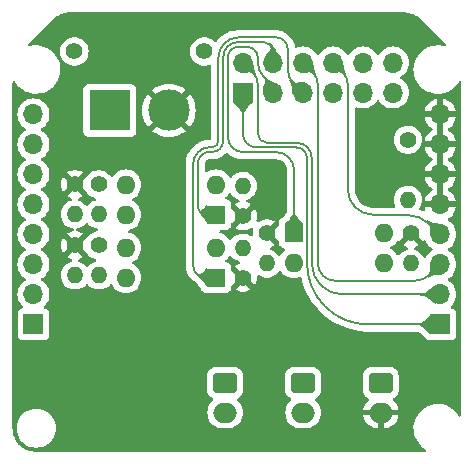
<source format=gbr>
%TF.GenerationSoftware,KiCad,Pcbnew,7.0.11*%
%TF.CreationDate,2025-01-20T01:35:25+09:00*%
%TF.ProjectId,Kicker,4b69636b-6572-42e6-9b69-6361645f7063,rev?*%
%TF.SameCoordinates,Original*%
%TF.FileFunction,Copper,L2,Bot*%
%TF.FilePolarity,Positive*%
%FSLAX46Y46*%
G04 Gerber Fmt 4.6, Leading zero omitted, Abs format (unit mm)*
G04 Created by KiCad (PCBNEW 7.0.11) date 2025-01-20 01:35:25*
%MOMM*%
%LPD*%
G01*
G04 APERTURE LIST*
G04 Aperture macros list*
%AMRoundRect*
0 Rectangle with rounded corners*
0 $1 Rounding radius*
0 $2 $3 $4 $5 $6 $7 $8 $9 X,Y pos of 4 corners*
0 Add a 4 corners polygon primitive as box body*
4,1,4,$2,$3,$4,$5,$6,$7,$8,$9,$2,$3,0*
0 Add four circle primitives for the rounded corners*
1,1,$1+$1,$2,$3*
1,1,$1+$1,$4,$5*
1,1,$1+$1,$6,$7*
1,1,$1+$1,$8,$9*
0 Add four rect primitives between the rounded corners*
20,1,$1+$1,$2,$3,$4,$5,0*
20,1,$1+$1,$4,$5,$6,$7,0*
20,1,$1+$1,$6,$7,$8,$9,0*
20,1,$1+$1,$8,$9,$2,$3,0*%
G04 Aperture macros list end*
%TA.AperFunction,ComponentPad*%
%ADD10C,1.400000*%
%TD*%
%TA.AperFunction,ComponentPad*%
%ADD11R,3.500000X3.500000*%
%TD*%
%TA.AperFunction,ComponentPad*%
%ADD12C,3.500000*%
%TD*%
%TA.AperFunction,ComponentPad*%
%ADD13R,1.700000X1.700000*%
%TD*%
%TA.AperFunction,ComponentPad*%
%ADD14O,1.700000X1.700000*%
%TD*%
%TA.AperFunction,ComponentPad*%
%ADD15O,1.400000X1.400000*%
%TD*%
%TA.AperFunction,ComponentPad*%
%ADD16RoundRect,0.250000X-0.750000X0.600000X-0.750000X-0.600000X0.750000X-0.600000X0.750000X0.600000X0*%
%TD*%
%TA.AperFunction,ComponentPad*%
%ADD17O,2.000000X1.700000*%
%TD*%
%TA.AperFunction,ComponentPad*%
%ADD18R,1.600000X1.600000*%
%TD*%
%TA.AperFunction,ComponentPad*%
%ADD19O,1.600000X1.600000*%
%TD*%
%TA.AperFunction,ViaPad*%
%ADD20C,0.800000*%
%TD*%
%TA.AperFunction,Conductor*%
%ADD21C,0.200000*%
%TD*%
G04 APERTURE END LIST*
D10*
%TO.P,J3,*%
%TO.N,*%
X151345000Y-80398000D03*
X162345000Y-80398000D03*
D11*
%TO.P,J3,1,Pin_1*%
%TO.N,+12V*%
X154345000Y-85398000D03*
D12*
%TO.P,J3,2,Pin_2*%
%TO.N,GND*%
X159345000Y-85398000D03*
%TD*%
D13*
%TO.P,J2,1,Pin_1*%
%TO.N,/MDTX*%
X182320000Y-103517416D03*
D14*
%TO.P,J2,2,Pin_2*%
%TO.N,/MDRX*%
X182320000Y-100977416D03*
%TO.P,J2,3,Pin_3*%
%TO.N,/BLDC1*%
X182320000Y-98437416D03*
%TO.P,J2,4,Pin_4*%
%TO.N,/BLDC2*%
X182320000Y-95897416D03*
%TO.P,J2,5,Pin_5*%
%TO.N,GND*%
X182320000Y-93357416D03*
%TO.P,J2,6,Pin_6*%
X182320000Y-90817416D03*
%TO.P,J2,7,Pin_7*%
X182320000Y-88277416D03*
%TO.P,J2,8,Pin_8*%
X182320000Y-85737416D03*
%TD*%
D10*
%TO.P,R1,1*%
%TO.N,GND*%
X167640000Y-95808000D03*
D15*
%TO.P,R1,2*%
%TO.N,Net-(R1-Pad2)*%
X167640000Y-98348000D03*
%TD*%
D10*
%TO.P,R7,1*%
%TO.N,GND*%
X165618000Y-99563000D03*
D15*
%TO.P,R7,2*%
%TO.N,Net-(R7-Pad2)*%
X165618000Y-97023000D03*
%TD*%
D16*
%TO.P,C1,1*%
%TO.N,/SOLE1+*%
X177292000Y-108478000D03*
D17*
%TO.P,C1,2*%
%TO.N,GND*%
X177292000Y-110978000D03*
%TD*%
D10*
%TO.P,R9,1*%
%TO.N,GND*%
X151394000Y-96819000D03*
D15*
%TO.P,R9,2*%
%TO.N,Net-(Q3-G)*%
X151394000Y-99359000D03*
%TD*%
D16*
%TO.P,J6,1,Pin_1*%
%TO.N,/SOLE1+*%
X164101000Y-108478000D03*
D17*
%TO.P,J6,2,Pin_2*%
%TO.N,/SOLE2-*%
X164101000Y-110978000D03*
%TD*%
D10*
%TO.P,R8,1*%
%TO.N,Net-(R8-Pad1)*%
X153426000Y-96819000D03*
D15*
%TO.P,R8,2*%
%TO.N,Net-(Q3-G)*%
X153426000Y-99359000D03*
%TD*%
D18*
%TO.P,U1,1*%
%TO.N,/FET1*%
X169936000Y-95753000D03*
D19*
%TO.P,U1,2*%
%TO.N,Net-(R1-Pad2)*%
X169936000Y-98293000D03*
%TO.P,U1,3*%
%TO.N,Net-(R2-Pad2)*%
X177556000Y-98293000D03*
%TO.P,U1,4*%
%TO.N,Net-(Q1-G)*%
X177556000Y-95753000D03*
%TD*%
D10*
%TO.P,R6,1*%
%TO.N,GND*%
X151384000Y-91648000D03*
D15*
%TO.P,R6,2*%
%TO.N,Net-(Q2-G)*%
X151384000Y-94188000D03*
%TD*%
D10*
%TO.P,R3,1*%
%TO.N,+48V*%
X179578000Y-87884000D03*
D15*
%TO.P,R3,2*%
%TO.N,Net-(Q1-G)*%
X179578000Y-92964000D03*
%TD*%
D13*
%TO.P,J4,1,Pin_1*%
%TO.N,/MDTX*%
X165608000Y-83882000D03*
D14*
%TO.P,J4,2,Pin_2*%
%TO.N,/MDRX*%
X165608000Y-81342000D03*
%TO.P,J4,3,Pin_3*%
%TO.N,/FET1*%
X168148000Y-83882000D03*
%TO.P,J4,4,Pin_4*%
%TO.N,/FET2*%
X168148000Y-81342000D03*
%TO.P,J4,5,Pin_5*%
%TO.N,/FET3*%
X170688000Y-83882000D03*
%TO.P,J4,6,Pin_6*%
%TO.N,/BLDC1*%
X170688000Y-81342000D03*
%TO.P,J4,7,Pin_7*%
%TO.N,+48V*%
X173228000Y-83882000D03*
%TO.P,J4,8,Pin_8*%
%TO.N,/BLDC2*%
X173228000Y-81342000D03*
%TO.P,J4,9*%
%TO.N,N/C*%
X175768000Y-83882000D03*
%TO.P,J4,10*%
X175768000Y-81342000D03*
%TO.P,J4,11*%
X178308000Y-83882000D03*
%TO.P,J4,12*%
X178308000Y-81342000D03*
%TD*%
D13*
%TO.P,J1,1,Pin_1*%
%TO.N,+12V*%
X147878000Y-103517416D03*
D14*
%TO.P,J1,2,Pin_2*%
X147878000Y-100977416D03*
%TO.P,J1,3,Pin_3*%
X147878000Y-98437416D03*
%TO.P,J1,4,Pin_4*%
X147878000Y-95897416D03*
%TO.P,J1,5,Pin_5*%
X147878000Y-93357416D03*
%TO.P,J1,6,Pin_6*%
X147878000Y-90817416D03*
%TO.P,J1,7,Pin_7*%
X147878000Y-88277416D03*
%TO.P,J1,8,Pin_8*%
X147878000Y-85737416D03*
%TD*%
D18*
%TO.P,U3,1*%
%TO.N,/FET3*%
X163332000Y-99563000D03*
D19*
%TO.P,U3,2*%
%TO.N,Net-(R7-Pad2)*%
X163332000Y-97023000D03*
%TO.P,U3,3*%
%TO.N,Net-(R8-Pad1)*%
X155712000Y-97023000D03*
%TO.P,U3,4*%
%TO.N,+12V*%
X155712000Y-99563000D03*
%TD*%
D10*
%TO.P,R4,1*%
%TO.N,GND*%
X165608000Y-94342000D03*
D15*
%TO.P,R4,2*%
%TO.N,Net-(R4-Pad2)*%
X165608000Y-91802000D03*
%TD*%
D16*
%TO.P,J5,1,Pin_1*%
%TO.N,/SOLE1+*%
X170705000Y-108478000D03*
D17*
%TO.P,J5,2,Pin_2*%
%TO.N,/SOLE1-*%
X170705000Y-110978000D03*
%TD*%
D10*
%TO.P,R2,1*%
%TO.N,GND*%
X179832000Y-95808000D03*
D15*
%TO.P,R2,2*%
%TO.N,Net-(R2-Pad2)*%
X179832000Y-98348000D03*
%TD*%
D10*
%TO.P,R5,1*%
%TO.N,Net-(R5-Pad1)*%
X153416000Y-91648000D03*
D15*
%TO.P,R5,2*%
%TO.N,Net-(Q2-G)*%
X153416000Y-94188000D03*
%TD*%
D18*
%TO.P,U2,1*%
%TO.N,/FET2*%
X163322000Y-94234000D03*
D19*
%TO.P,U2,2*%
%TO.N,Net-(R4-Pad2)*%
X163322000Y-91694000D03*
%TO.P,U2,3*%
%TO.N,Net-(R5-Pad1)*%
X155702000Y-91694000D03*
%TO.P,U2,4*%
%TO.N,+12V*%
X155702000Y-94234000D03*
%TD*%
D20*
%TO.N,GND*%
X159450000Y-98210000D03*
X166590000Y-93140000D03*
X181990000Y-109320000D03*
X147540000Y-105820000D03*
X154432000Y-100838000D03*
X180310000Y-84170000D03*
X151230000Y-110240000D03*
X159470000Y-93790000D03*
X176750000Y-104650000D03*
X157060000Y-107610000D03*
X162890000Y-89970000D03*
X178510000Y-90540000D03*
X168390000Y-94290000D03*
X147520000Y-108950000D03*
X154200000Y-107430000D03*
X172770000Y-110560000D03*
X150000000Y-92870000D03*
X178520000Y-86400000D03*
X149980000Y-113620000D03*
X153780000Y-113810000D03*
X162420000Y-87430000D03*
X150630000Y-78220000D03*
X162440000Y-82070000D03*
X166500000Y-103070000D03*
X152654000Y-100838000D03*
X157170000Y-100670000D03*
X156200000Y-113900000D03*
X159520000Y-89170000D03*
X180890000Y-89530000D03*
X151290000Y-82750000D03*
X180980000Y-86970000D03*
X166580000Y-90430000D03*
X163170000Y-103090000D03*
X169740000Y-100020000D03*
X180250000Y-104610000D03*
X151290000Y-107100000D03*
X181990000Y-106150000D03*
X179180000Y-113660000D03*
X163070000Y-78100000D03*
X170180000Y-78160000D03*
X167240000Y-100030000D03*
X159960000Y-102250000D03*
X178500000Y-78190000D03*
X156780000Y-79360000D03*
X172750000Y-113710000D03*
X163620000Y-105920000D03*
X181030000Y-92110000D03*
X176040000Y-89710000D03*
X157090000Y-83580000D03*
%TD*%
D21*
%TO.N,/MDTX*%
X176228334Y-103517416D02*
X182320000Y-103517416D01*
X170149444Y-88538000D02*
X166769996Y-88538000D01*
X165608000Y-83882000D02*
X165608000Y-87376000D01*
X171036000Y-89424556D02*
X171036000Y-98325082D01*
X171036000Y-89424556D02*
G75*
G03*
X170149444Y-88538000I-886600J-44D01*
G01*
X171035984Y-98325082D02*
G75*
G03*
X176228334Y-103517416I5192316J-18D01*
G01*
X165608000Y-87376000D02*
G75*
G03*
X166769996Y-88538000I1162000J0D01*
G01*
%TO.N,/MDRX*%
X166878000Y-83211598D02*
X166878000Y-87367115D01*
X171436000Y-89408000D02*
X171436000Y-98331614D01*
X174081802Y-100977416D02*
X182320000Y-100977416D01*
X165608000Y-81342000D02*
X166454020Y-82188020D01*
X170166000Y-88138000D02*
X167648885Y-88138000D01*
X171436000Y-89408000D02*
G75*
G03*
X170166000Y-88138000I-1270000J0D01*
G01*
X166877989Y-83211598D02*
G75*
G03*
X166454020Y-82188020I-1447589J-2D01*
G01*
X171435984Y-98331614D02*
G75*
G03*
X174081802Y-100977416I2645816J14D01*
G01*
X166878000Y-87367115D02*
G75*
G03*
X167648885Y-88138000I770900J15D01*
G01*
%TO.N,/BLDC1*%
X171958000Y-98349062D02*
X171958000Y-83228185D01*
X182320000Y-98437416D02*
X181520012Y-99237404D01*
X171522292Y-82176292D02*
X170688000Y-81342000D01*
X180108672Y-99822000D02*
X173430938Y-99822000D01*
X171958011Y-83228185D02*
G75*
G03*
X171522292Y-82176292I-1487611J-15D01*
G01*
X180108672Y-99821990D02*
G75*
G03*
X181520011Y-99237403I28J1995890D01*
G01*
X171958000Y-98349062D02*
G75*
G03*
X173430938Y-99822000I1472900J-38D01*
G01*
%TO.N,/BLDC2*%
X174498000Y-83214848D02*
X174498000Y-92096808D01*
X176635192Y-94234000D02*
X179451116Y-94234000D01*
X181508979Y-95086395D02*
X182320000Y-95897416D01*
X173228000Y-81342000D02*
X174071722Y-82185722D01*
X174498000Y-92096808D02*
G75*
G03*
X176635192Y-94234000I2137200J8D01*
G01*
X174497967Y-83214848D02*
G75*
G03*
X174071722Y-82185722I-1455367J48D01*
G01*
X181508980Y-95086394D02*
G75*
G03*
X179451116Y-94234000I-2057880J-2057906D01*
G01*
%TO.N,/FET1*%
X168449978Y-88938000D02*
X165645989Y-88938000D01*
X168148000Y-83316314D02*
X167346509Y-82514823D01*
X166878000Y-81383744D02*
X166878000Y-80941565D01*
X165946435Y-80010000D02*
X165241881Y-80010000D01*
X164338000Y-80913881D02*
X164338000Y-87630000D01*
X169936000Y-90424029D02*
X169936000Y-95753000D01*
X168148000Y-83882000D02*
X168148000Y-83316314D01*
X166877974Y-81383744D02*
G75*
G03*
X167346510Y-82514822I1599626J44D01*
G01*
X166878000Y-80941565D02*
G75*
G03*
X165946435Y-80010000I-931600J-35D01*
G01*
X164338000Y-87630000D02*
G75*
G03*
X165645989Y-88938000I1308000J0D01*
G01*
X169936000Y-90424029D02*
G75*
G03*
X168449978Y-88938000I-1486000J29D01*
G01*
X165241881Y-80010000D02*
G75*
G03*
X164338000Y-80913881I19J-903900D01*
G01*
%TO.N,/FET2*%
X163938000Y-80907660D02*
X163938000Y-88013756D01*
X167367259Y-79610000D02*
X165235660Y-79610000D01*
X162420073Y-94234000D02*
X163322000Y-94234000D01*
X163051756Y-88900000D02*
X162798000Y-88900000D01*
X168148000Y-81342000D02*
X168148000Y-80390741D01*
X161798000Y-89900000D02*
X161798000Y-93611927D01*
X162798000Y-88900000D02*
G75*
G03*
X161798000Y-89900000I0J-1000000D01*
G01*
X168148000Y-80390741D02*
G75*
G03*
X167367259Y-79610000I-780700J41D01*
G01*
X163051756Y-88900000D02*
G75*
G03*
X163938000Y-88013756I44J886200D01*
G01*
X161798000Y-93611927D02*
G75*
G03*
X162420073Y-94234000I622100J27D01*
G01*
X165235660Y-79610000D02*
G75*
G03*
X163938000Y-80907660I40J-1297700D01*
G01*
%TO.N,/FET3*%
X163538000Y-80904562D02*
X163538000Y-88000000D01*
X161398000Y-89925566D02*
X161398000Y-98529093D01*
X169418000Y-80226001D02*
X169418000Y-80264000D01*
X162431907Y-99563000D02*
X163332000Y-99563000D01*
X170688000Y-83882000D02*
X169860943Y-83054943D01*
X165232562Y-79210000D02*
X168402000Y-79210000D01*
X169418000Y-81985583D02*
X169418000Y-80264000D01*
X163038000Y-88500000D02*
X162823566Y-88500000D01*
X163038000Y-88500000D02*
G75*
G03*
X163538000Y-88000000I0J500000D01*
G01*
X161398000Y-98529093D02*
G75*
G03*
X162431907Y-99563000I1033900J-7D01*
G01*
X169418011Y-81985583D02*
G75*
G03*
X169860943Y-83054943I1512289J-17D01*
G01*
X162823566Y-88500000D02*
G75*
G03*
X161398000Y-89925566I34J-1425600D01*
G01*
X169418000Y-80226001D02*
G75*
G03*
X168402000Y-79210000I-1016000J1D01*
G01*
X165232562Y-79210000D02*
G75*
G03*
X163538000Y-80904562I38J-1694600D01*
G01*
%TD*%
%TA.AperFunction,Conductor*%
%TO.N,GND*%
G36*
X179478372Y-95837302D02*
G01*
X179507047Y-95950538D01*
X179570936Y-96048327D01*
X179663115Y-96120072D01*
X179773595Y-96158000D01*
X179861005Y-96158000D01*
X179947216Y-96143614D01*
X180049947Y-96088019D01*
X180129060Y-96002079D01*
X180175982Y-95895108D01*
X180183380Y-95805827D01*
X180840861Y-96463308D01*
X180856630Y-96442427D01*
X180859017Y-96437634D01*
X180906518Y-96386395D01*
X180974180Y-96368971D01*
X181040521Y-96390893D01*
X181083688Y-96443348D01*
X181087925Y-96453069D01*
X181090527Y-96457547D01*
X181095687Y-96467427D01*
X181145964Y-96575245D01*
X181145965Y-96575247D01*
X181281501Y-96768811D01*
X181281506Y-96768818D01*
X181448597Y-96935909D01*
X181448603Y-96935914D01*
X181634158Y-97065841D01*
X181677783Y-97120418D01*
X181684977Y-97189916D01*
X181653454Y-97252271D01*
X181634158Y-97268991D01*
X181448597Y-97398921D01*
X181281505Y-97566013D01*
X181145965Y-97759585D01*
X181145961Y-97759592D01*
X181126110Y-97802163D01*
X181079937Y-97854602D01*
X181012744Y-97873753D01*
X180945863Y-97853536D01*
X180902729Y-97805029D01*
X180857061Y-97713316D01*
X180857056Y-97713308D01*
X180722979Y-97535761D01*
X180558562Y-97385876D01*
X180558560Y-97385874D01*
X180369404Y-97268754D01*
X180369398Y-97268751D01*
X180229136Y-97214414D01*
X180174784Y-97193358D01*
X180119385Y-97150786D01*
X180095794Y-97085019D01*
X180111505Y-97016939D01*
X180161529Y-96968160D01*
X180174786Y-96962105D01*
X180369177Y-96886797D01*
X180369181Y-96886795D01*
X180485326Y-96814879D01*
X179832001Y-96161553D01*
X179832000Y-96161553D01*
X179178672Y-96814879D01*
X179178672Y-96814880D01*
X179294821Y-96886797D01*
X179294822Y-96886798D01*
X179489213Y-96962105D01*
X179544614Y-97004678D01*
X179568205Y-97070445D01*
X179552494Y-97138525D01*
X179502470Y-97187304D01*
X179489213Y-97193359D01*
X179294601Y-97268751D01*
X179294595Y-97268754D01*
X179105439Y-97385874D01*
X179105437Y-97385876D01*
X178941020Y-97535762D01*
X178873762Y-97624826D01*
X178817653Y-97666462D01*
X178747941Y-97671153D01*
X178686759Y-97637411D01*
X178673233Y-97621222D01*
X178613395Y-97535764D01*
X178556047Y-97453861D01*
X178556045Y-97453858D01*
X178395141Y-97292954D01*
X178208734Y-97162432D01*
X178208728Y-97162429D01*
X178171171Y-97144916D01*
X178150724Y-97135381D01*
X178098285Y-97089210D01*
X178079133Y-97022017D01*
X178099348Y-96955135D01*
X178150725Y-96910618D01*
X178208734Y-96883568D01*
X178395139Y-96753047D01*
X178556047Y-96592139D01*
X178633570Y-96481423D01*
X178688144Y-96437800D01*
X178757642Y-96430606D01*
X178819997Y-96462128D01*
X178820919Y-96463154D01*
X178823138Y-96463308D01*
X179481012Y-95805434D01*
X179478372Y-95837302D01*
G37*
%TD.AperFunction*%
%TA.AperFunction,Conductor*%
G36*
X164329426Y-89012454D02*
G01*
X164384923Y-89067951D01*
X164384931Y-89067958D01*
X164384932Y-89067959D01*
X164453507Y-89120579D01*
X164583400Y-89220251D01*
X164583404Y-89220253D01*
X164583411Y-89220259D01*
X164800071Y-89345349D01*
X165031204Y-89441090D01*
X165272857Y-89505842D01*
X165520895Y-89538499D01*
X165596626Y-89538499D01*
X165596638Y-89538500D01*
X168377069Y-89538500D01*
X168377073Y-89538501D01*
X168443895Y-89538500D01*
X168456049Y-89539097D01*
X168610588Y-89554316D01*
X168634429Y-89559058D01*
X168665397Y-89568451D01*
X168777176Y-89602358D01*
X168799629Y-89611659D01*
X168931187Y-89681978D01*
X168951399Y-89695482D01*
X169053540Y-89779307D01*
X169066703Y-89790109D01*
X169083892Y-89807298D01*
X169178523Y-89922607D01*
X169192024Y-89942813D01*
X169193911Y-89946342D01*
X169262342Y-90074372D01*
X169271644Y-90096831D01*
X169314942Y-90239575D01*
X169319684Y-90263416D01*
X169334902Y-90417953D01*
X169335499Y-90430105D01*
X169335499Y-90504525D01*
X169335500Y-90504542D01*
X169335500Y-93964315D01*
X169316622Y-94030082D01*
X169279353Y-94089653D01*
X169274404Y-94096970D01*
X169164057Y-94248217D01*
X169157204Y-94256787D01*
X169082644Y-94342000D01*
X169058582Y-94369499D01*
X169048972Y-94379324D01*
X168967057Y-94454281D01*
X168953583Y-94464991D01*
X168861280Y-94528430D01*
X168861277Y-94528433D01*
X168824313Y-94556416D01*
X168822677Y-94557777D01*
X168812059Y-94568553D01*
X168798051Y-94580781D01*
X168778461Y-94595447D01*
X168778451Y-94595456D01*
X168761001Y-94618765D01*
X168755251Y-94625452D01*
X168752356Y-94629205D01*
X168745409Y-94639594D01*
X168703520Y-94695553D01*
X168692202Y-94710672D01*
X168641908Y-94845517D01*
X168635501Y-94905116D01*
X168635500Y-94905135D01*
X168635500Y-95114690D01*
X168615815Y-95181729D01*
X168599181Y-95202371D01*
X167993553Y-95807999D01*
X167993553Y-95808000D01*
X168599181Y-96413628D01*
X168632666Y-96474951D01*
X168635500Y-96501308D01*
X168635500Y-96600869D01*
X168635501Y-96600876D01*
X168641908Y-96660483D01*
X168692202Y-96795328D01*
X168692206Y-96795335D01*
X168778452Y-96910544D01*
X168778455Y-96910547D01*
X168893664Y-96996793D01*
X168893671Y-96996797D01*
X168937326Y-97013079D01*
X169028517Y-97047091D01*
X169063596Y-97050862D01*
X169128144Y-97077599D01*
X169167993Y-97134991D01*
X169170488Y-97204816D01*
X169134836Y-97264905D01*
X169121464Y-97275725D01*
X169096858Y-97292954D01*
X168935954Y-97453858D01*
X168809144Y-97634964D01*
X168754567Y-97678589D01*
X168685069Y-97685783D01*
X168622714Y-97654260D01*
X168608615Y-97638568D01*
X168530979Y-97535761D01*
X168366562Y-97385876D01*
X168366560Y-97385874D01*
X168177404Y-97268754D01*
X168177398Y-97268751D01*
X168037136Y-97214414D01*
X167982784Y-97193358D01*
X167927385Y-97150786D01*
X167903794Y-97085019D01*
X167919505Y-97016939D01*
X167969529Y-96968160D01*
X167982786Y-96962105D01*
X168177177Y-96886797D01*
X168177181Y-96886795D01*
X168293326Y-96814879D01*
X167636447Y-96158000D01*
X167669005Y-96158000D01*
X167755216Y-96143614D01*
X167857947Y-96088019D01*
X167937060Y-96002079D01*
X167983982Y-95895108D01*
X167993628Y-95778698D01*
X167964953Y-95665462D01*
X167901064Y-95567673D01*
X167808885Y-95495928D01*
X167698405Y-95458000D01*
X167636447Y-95458000D01*
X168293327Y-94801119D01*
X168177178Y-94729202D01*
X168177177Y-94729201D01*
X167969804Y-94648865D01*
X167751193Y-94608000D01*
X167528807Y-94608000D01*
X167310195Y-94648865D01*
X167102822Y-94729201D01*
X167102815Y-94729205D01*
X166941177Y-94829287D01*
X166873817Y-94847842D01*
X166807117Y-94827034D01*
X166762256Y-94773469D01*
X166753476Y-94704153D01*
X166756634Y-94689926D01*
X166792620Y-94563446D01*
X166792621Y-94563443D01*
X166813141Y-94342000D01*
X166813141Y-94341999D01*
X166792621Y-94120560D01*
X166731759Y-93906649D01*
X166632635Y-93707580D01*
X166632630Y-93707572D01*
X166616860Y-93686690D01*
X165958987Y-94344564D01*
X165961628Y-94312698D01*
X165932953Y-94199462D01*
X165869064Y-94101673D01*
X165776885Y-94029928D01*
X165666405Y-93992000D01*
X165578995Y-93992000D01*
X165492784Y-94006386D01*
X165390053Y-94061981D01*
X165310940Y-94147921D01*
X165264018Y-94254892D01*
X165254372Y-94371302D01*
X165283047Y-94484538D01*
X165346936Y-94582327D01*
X165439115Y-94654072D01*
X165549595Y-94692000D01*
X165611553Y-94692000D01*
X165608000Y-94695553D01*
X164954672Y-95348879D01*
X164954672Y-95348880D01*
X165070821Y-95420797D01*
X165070822Y-95420798D01*
X165278195Y-95501134D01*
X165496807Y-95542000D01*
X165719193Y-95542000D01*
X165937804Y-95501134D01*
X166145177Y-95420798D01*
X166145178Y-95420797D01*
X166306821Y-95320712D01*
X166374182Y-95302156D01*
X166440881Y-95322964D01*
X166485743Y-95376529D01*
X166494523Y-95445845D01*
X166491366Y-95460072D01*
X166455378Y-95586558D01*
X166434859Y-95807999D01*
X166434859Y-95808001D01*
X166442236Y-95887617D01*
X166428821Y-95956187D01*
X166380463Y-96006619D01*
X166312517Y-96022901D01*
X166253488Y-96004485D01*
X166155404Y-95943754D01*
X166155398Y-95943752D01*
X165947940Y-95863382D01*
X165729243Y-95822500D01*
X165506757Y-95822500D01*
X165288060Y-95863382D01*
X165156864Y-95914207D01*
X165080601Y-95943752D01*
X165080595Y-95943754D01*
X164891439Y-96060874D01*
X164891437Y-96060876D01*
X164727020Y-96210762D01*
X164634590Y-96333158D01*
X164578480Y-96374794D01*
X164508768Y-96379485D01*
X164447587Y-96345743D01*
X164434061Y-96329554D01*
X164411263Y-96296995D01*
X164332047Y-96183861D01*
X164332045Y-96183858D01*
X164171141Y-96022954D01*
X163984734Y-95892432D01*
X163984732Y-95892431D01*
X163778497Y-95796261D01*
X163778491Y-95796259D01*
X163711368Y-95778274D01*
X163651708Y-95741909D01*
X163621179Y-95679062D01*
X163629474Y-95609686D01*
X163673959Y-95555808D01*
X163740511Y-95534534D01*
X163743440Y-95534499D01*
X164169872Y-95534499D01*
X164229483Y-95528091D01*
X164364331Y-95477796D01*
X164479546Y-95391546D01*
X164565796Y-95276331D01*
X164616091Y-95141483D01*
X164618972Y-95114690D01*
X164622499Y-95081886D01*
X164622499Y-95081882D01*
X164622500Y-95081873D01*
X164622499Y-95025306D01*
X164642182Y-94958270D01*
X164658818Y-94937627D01*
X165254447Y-94342000D01*
X164658818Y-93746371D01*
X164625333Y-93685048D01*
X164622499Y-93658690D01*
X164622499Y-93386129D01*
X164622498Y-93386123D01*
X164622295Y-93384237D01*
X164616091Y-93326517D01*
X164588256Y-93251888D01*
X164565797Y-93191671D01*
X164565793Y-93191664D01*
X164479547Y-93076455D01*
X164479544Y-93076452D01*
X164364335Y-92990206D01*
X164364328Y-92990202D01*
X164229482Y-92939908D01*
X164229483Y-92939908D01*
X164194404Y-92936137D01*
X164129853Y-92909399D01*
X164090005Y-92852006D01*
X164087512Y-92782181D01*
X164123165Y-92722092D01*
X164136539Y-92711272D01*
X164161140Y-92694046D01*
X164322044Y-92533142D01*
X164322045Y-92533141D01*
X164322047Y-92533139D01*
X164384823Y-92443483D01*
X164439399Y-92399859D01*
X164508897Y-92392665D01*
X164571252Y-92424187D01*
X164585350Y-92439878D01*
X164620190Y-92486013D01*
X164717020Y-92614238D01*
X164881437Y-92764123D01*
X164881439Y-92764125D01*
X165070595Y-92881245D01*
X165070596Y-92881245D01*
X165070599Y-92881247D01*
X165265215Y-92956642D01*
X165320614Y-92999213D01*
X165344205Y-93064980D01*
X165328494Y-93133060D01*
X165278470Y-93181839D01*
X165265213Y-93187893D01*
X165070833Y-93263196D01*
X165070823Y-93263201D01*
X164954671Y-93335119D01*
X165608000Y-93988447D01*
X165608001Y-93988447D01*
X166261327Y-93335119D01*
X166145178Y-93263202D01*
X166145177Y-93263201D01*
X165950786Y-93187894D01*
X165895384Y-93145321D01*
X165871794Y-93079554D01*
X165887505Y-93011474D01*
X165937529Y-92962695D01*
X165950772Y-92956646D01*
X166145401Y-92881247D01*
X166334562Y-92764124D01*
X166498981Y-92614236D01*
X166633058Y-92436689D01*
X166732229Y-92237528D01*
X166793115Y-92023536D01*
X166813643Y-91802000D01*
X166803635Y-91694000D01*
X166793115Y-91580464D01*
X166793114Y-91580462D01*
X166768869Y-91495250D01*
X166732229Y-91366472D01*
X166707802Y-91317416D01*
X166633061Y-91167316D01*
X166633056Y-91167308D01*
X166498979Y-90989761D01*
X166334562Y-90839876D01*
X166334560Y-90839874D01*
X166145404Y-90722754D01*
X166145398Y-90722752D01*
X165937940Y-90642382D01*
X165719243Y-90601500D01*
X165496757Y-90601500D01*
X165278060Y-90642382D01*
X165165789Y-90685876D01*
X165070601Y-90722752D01*
X165070595Y-90722754D01*
X164881439Y-90839874D01*
X164881437Y-90839876D01*
X164717020Y-90989762D01*
X164662898Y-91061431D01*
X164606789Y-91103067D01*
X164537077Y-91107758D01*
X164475895Y-91074016D01*
X164456031Y-91045521D01*
X164455276Y-91045957D01*
X164452567Y-91041265D01*
X164442932Y-91027505D01*
X164322047Y-90854861D01*
X164322045Y-90854858D01*
X164161141Y-90693954D01*
X163974734Y-90563432D01*
X163974732Y-90563431D01*
X163768497Y-90467261D01*
X163768488Y-90467258D01*
X163548697Y-90408366D01*
X163548693Y-90408365D01*
X163548692Y-90408365D01*
X163548691Y-90408364D01*
X163548686Y-90408364D01*
X163322002Y-90388532D01*
X163321998Y-90388532D01*
X163095313Y-90408364D01*
X163095302Y-90408366D01*
X162875511Y-90467258D01*
X162875502Y-90467261D01*
X162669267Y-90563431D01*
X162593622Y-90616398D01*
X162527416Y-90638725D01*
X162459649Y-90621713D01*
X162411837Y-90570765D01*
X162398500Y-90514822D01*
X162398500Y-89908127D01*
X162399561Y-89891942D01*
X162409982Y-89812786D01*
X162418359Y-89781522D01*
X162445776Y-89715331D01*
X162461960Y-89687300D01*
X162505574Y-89630462D01*
X162528462Y-89607574D01*
X162585300Y-89563960D01*
X162613331Y-89547776D01*
X162679522Y-89520359D01*
X162710783Y-89511982D01*
X162766781Y-89504610D01*
X162789942Y-89501561D01*
X162806127Y-89500500D01*
X162870914Y-89500500D01*
X163051726Y-89500500D01*
X163158064Y-89500505D01*
X163368576Y-89470247D01*
X163572638Y-89410336D01*
X163766096Y-89321992D01*
X163945011Y-89207013D01*
X163961019Y-89193142D01*
X164105737Y-89067745D01*
X164105738Y-89067742D01*
X164105741Y-89067741D01*
X164148032Y-89018932D01*
X164206808Y-88981158D01*
X164276678Y-88981157D01*
X164329426Y-89012454D01*
G37*
%TD.AperFunction*%
%TA.AperFunction,Conductor*%
G36*
X182570000Y-92921914D02*
G01*
X182462315Y-92872736D01*
X182355763Y-92857416D01*
X182284237Y-92857416D01*
X182177685Y-92872736D01*
X182070000Y-92921914D01*
X182070000Y-91252917D01*
X182177685Y-91302096D01*
X182284237Y-91317416D01*
X182355763Y-91317416D01*
X182462315Y-91302096D01*
X182570000Y-91252917D01*
X182570000Y-92921914D01*
G37*
%TD.AperFunction*%
%TA.AperFunction,Conductor*%
G36*
X182570000Y-90381914D02*
G01*
X182462315Y-90332736D01*
X182355763Y-90317416D01*
X182284237Y-90317416D01*
X182177685Y-90332736D01*
X182070000Y-90381914D01*
X182070000Y-88712917D01*
X182177685Y-88762096D01*
X182284237Y-88777416D01*
X182355763Y-88777416D01*
X182462315Y-88762096D01*
X182570000Y-88712917D01*
X182570000Y-90381914D01*
G37*
%TD.AperFunction*%
%TA.AperFunction,Conductor*%
G36*
X182570000Y-87841914D02*
G01*
X182462315Y-87792736D01*
X182355763Y-87777416D01*
X182284237Y-87777416D01*
X182177685Y-87792736D01*
X182070000Y-87841914D01*
X182070000Y-86172917D01*
X182177685Y-86222096D01*
X182284237Y-86237416D01*
X182355763Y-86237416D01*
X182462315Y-86222096D01*
X182570000Y-86172917D01*
X182570000Y-87841914D01*
G37*
%TD.AperFunction*%
%TA.AperFunction,Conductor*%
G36*
X179237722Y-77099506D02*
G01*
X179240910Y-77099558D01*
X179269511Y-77100025D01*
X179273516Y-77100156D01*
X179335991Y-77103224D01*
X179337884Y-77103333D01*
X179400097Y-77107411D01*
X179404068Y-77107736D01*
X179528036Y-77119944D01*
X179536072Y-77121003D01*
X179656912Y-77140951D01*
X179664849Y-77142529D01*
X179775675Y-77168368D01*
X179784148Y-77170344D01*
X179791986Y-77172444D01*
X179862578Y-77193856D01*
X179909201Y-77207999D01*
X179916868Y-77210601D01*
X180021541Y-77249995D01*
X180031511Y-77253748D01*
X180039008Y-77256853D01*
X180150591Y-77307409D01*
X180157822Y-77310975D01*
X180265876Y-77368729D01*
X180272877Y-77372771D01*
X180316761Y-77400058D01*
X180376899Y-77437454D01*
X180383648Y-77441964D01*
X180483193Y-77513298D01*
X180489632Y-77518239D01*
X180585888Y-77597243D01*
X180585890Y-77597244D01*
X180588942Y-77599833D01*
X180635926Y-77641042D01*
X180637292Y-77642260D01*
X180683560Y-77684200D01*
X180686486Y-77686940D01*
X180708327Y-77708079D01*
X180709338Y-77709057D01*
X180710781Y-77710478D01*
X181937218Y-78936915D01*
X182752431Y-79752127D01*
X182785916Y-79813450D01*
X182780932Y-79883142D01*
X182739060Y-79939075D01*
X182673596Y-79963492D01*
X182630572Y-79959005D01*
X182580976Y-79944784D01*
X182527364Y-79929411D01*
X182527360Y-79929410D01*
X182527355Y-79929409D01*
X182243389Y-79889500D01*
X182243385Y-79889500D01*
X182028396Y-79889500D01*
X182028383Y-79889500D01*
X181813925Y-79904497D01*
X181813921Y-79904497D01*
X181533427Y-79964119D01*
X181263954Y-80062199D01*
X181010752Y-80196827D01*
X181010745Y-80196832D01*
X180778753Y-80365383D01*
X180778746Y-80365389D01*
X180572459Y-80564599D01*
X180395907Y-80790574D01*
X180252525Y-81038920D01*
X180252519Y-81038932D01*
X180145097Y-81304811D01*
X180110711Y-81442728D01*
X180075721Y-81583065D01*
X180061840Y-81715137D01*
X180045744Y-81868274D01*
X180055752Y-82154855D01*
X180055753Y-82154862D01*
X180105549Y-82437269D01*
X180105550Y-82437273D01*
X180194168Y-82710010D01*
X180319874Y-82967745D01*
X180319877Y-82967749D01*
X180319879Y-82967753D01*
X180480238Y-83205496D01*
X180493302Y-83220005D01*
X180672120Y-83418603D01*
X180672127Y-83418610D01*
X180891797Y-83602936D01*
X181118994Y-83744905D01*
X181134998Y-83754905D01*
X181253800Y-83807799D01*
X181396962Y-83871540D01*
X181396967Y-83871541D01*
X181396975Y-83871545D01*
X181672636Y-83950589D01*
X181672641Y-83950589D01*
X181672646Y-83950591D01*
X181861955Y-83977196D01*
X181956610Y-83990499D01*
X181956612Y-83990500D01*
X181956615Y-83990500D01*
X182171592Y-83990500D01*
X182171604Y-83990500D01*
X182386071Y-83975503D01*
X182386076Y-83975502D01*
X182386078Y-83975502D01*
X182507663Y-83949657D01*
X182666575Y-83915880D01*
X182936050Y-83817799D01*
X183189253Y-83683169D01*
X183421254Y-83514610D01*
X183627539Y-83315403D01*
X183804093Y-83089425D01*
X183868113Y-82978537D01*
X183918679Y-82930323D01*
X183987286Y-82917099D01*
X184052151Y-82943067D01*
X184092680Y-82999981D01*
X184099500Y-83040538D01*
X184099500Y-111191904D01*
X184079815Y-111258943D01*
X184027011Y-111304698D01*
X183957853Y-111314642D01*
X183894297Y-111285617D01*
X183872699Y-111261244D01*
X183840437Y-111213413D01*
X183719762Y-111034504D01*
X183530985Y-110824846D01*
X183527879Y-110821396D01*
X183527872Y-110821389D01*
X183308202Y-110637063D01*
X183065006Y-110485097D01*
X183065004Y-110485096D01*
X182803037Y-110368459D01*
X182803027Y-110368456D01*
X182803025Y-110368455D01*
X182527364Y-110289411D01*
X182527362Y-110289410D01*
X182527353Y-110289408D01*
X182243389Y-110249500D01*
X182243385Y-110249500D01*
X182028396Y-110249500D01*
X182028383Y-110249500D01*
X181813925Y-110264497D01*
X181813921Y-110264497D01*
X181533427Y-110324119D01*
X181263954Y-110422199D01*
X181010752Y-110556827D01*
X181010745Y-110556832D01*
X180778753Y-110725383D01*
X180778746Y-110725389D01*
X180572459Y-110924599D01*
X180395907Y-111150574D01*
X180252525Y-111398920D01*
X180252519Y-111398932D01*
X180145097Y-111664811D01*
X180075721Y-111943065D01*
X180045744Y-112228274D01*
X180055752Y-112514855D01*
X180055753Y-112514862D01*
X180105549Y-112797269D01*
X180105550Y-112797273D01*
X180194168Y-113070010D01*
X180319874Y-113327745D01*
X180319877Y-113327749D01*
X180319879Y-113327753D01*
X180480238Y-113565496D01*
X180480241Y-113565499D01*
X180672120Y-113778603D01*
X180672127Y-113778610D01*
X180891797Y-113962936D01*
X180891801Y-113962939D01*
X180891803Y-113962940D01*
X180998611Y-114029681D01*
X181063682Y-114070342D01*
X181110104Y-114122561D01*
X181120924Y-114191588D01*
X181092708Y-114255507D01*
X181034414Y-114294024D01*
X180997972Y-114299500D01*
X148144506Y-114299500D01*
X148142295Y-114299480D01*
X148140227Y-114299443D01*
X148102262Y-114298765D01*
X148097838Y-114298607D01*
X148035651Y-114295273D01*
X148034176Y-114295185D01*
X148016819Y-114294047D01*
X148016088Y-114293997D01*
X147959911Y-114289980D01*
X147955500Y-114289586D01*
X147820495Y-114275072D01*
X147811733Y-114273812D01*
X147680293Y-114250097D01*
X147671644Y-114248215D01*
X147542259Y-114215191D01*
X147533766Y-114212697D01*
X147407056Y-114170524D01*
X147398774Y-114167435D01*
X147275377Y-114116323D01*
X147267328Y-114112647D01*
X147147912Y-114052872D01*
X147140143Y-114048630D01*
X147025280Y-113980479D01*
X147017833Y-113975693D01*
X146999459Y-113962936D01*
X146908138Y-113899530D01*
X146901057Y-113894229D01*
X146797063Y-113810425D01*
X146790373Y-113804628D01*
X146692631Y-113713626D01*
X146686372Y-113707368D01*
X146595362Y-113609617D01*
X146589566Y-113602927D01*
X146505779Y-113498954D01*
X146500474Y-113491868D01*
X146434096Y-113396266D01*
X146424298Y-113382154D01*
X146419528Y-113374731D01*
X146351361Y-113259842D01*
X146347127Y-113252087D01*
X146318053Y-113194005D01*
X146287351Y-113132669D01*
X146283677Y-113124624D01*
X146232572Y-113001245D01*
X146229479Y-112992952D01*
X146216896Y-112955149D01*
X146187297Y-112866219D01*
X146184808Y-112857740D01*
X146151777Y-112728325D01*
X146149904Y-112719717D01*
X146126183Y-112588243D01*
X146124929Y-112579523D01*
X146110413Y-112444500D01*
X146110020Y-112440095D01*
X146105979Y-112383599D01*
X146104799Y-112365603D01*
X146104731Y-112364447D01*
X146101390Y-112302135D01*
X146101314Y-112300000D01*
X146454396Y-112300000D01*
X146474778Y-112558990D01*
X146535427Y-112811610D01*
X146634843Y-113051623D01*
X146634845Y-113051627D01*
X146634846Y-113051628D01*
X146770588Y-113273140D01*
X146939311Y-113470689D01*
X147136860Y-113639412D01*
X147358372Y-113775154D01*
X147358374Y-113775154D01*
X147358376Y-113775156D01*
X147366715Y-113778610D01*
X147598390Y-113874573D01*
X147851006Y-113935221D01*
X148045147Y-113950500D01*
X148045155Y-113950500D01*
X148174845Y-113950500D01*
X148174853Y-113950500D01*
X148368994Y-113935221D01*
X148621610Y-113874573D01*
X148861628Y-113775154D01*
X149083140Y-113639412D01*
X149280689Y-113470689D01*
X149449412Y-113273140D01*
X149585154Y-113051628D01*
X149684573Y-112811610D01*
X149745221Y-112558994D01*
X149765604Y-112300000D01*
X149745221Y-112041006D01*
X149684573Y-111788390D01*
X149585154Y-111548372D01*
X149449412Y-111326860D01*
X149280689Y-111129311D01*
X149103527Y-110978000D01*
X162595341Y-110978000D01*
X162615936Y-111213403D01*
X162615938Y-111213413D01*
X162677094Y-111441655D01*
X162677096Y-111441659D01*
X162677097Y-111441663D01*
X162718287Y-111529994D01*
X162776964Y-111655828D01*
X162776965Y-111655830D01*
X162912505Y-111849402D01*
X163079597Y-112016494D01*
X163273169Y-112152034D01*
X163273171Y-112152035D01*
X163487337Y-112251903D01*
X163715592Y-112313063D01*
X163892032Y-112328499D01*
X163892033Y-112328500D01*
X163892034Y-112328500D01*
X164309967Y-112328500D01*
X164309967Y-112328499D01*
X164486408Y-112313063D01*
X164714663Y-112251903D01*
X164928829Y-112152035D01*
X165122401Y-112016495D01*
X165289495Y-111849401D01*
X165425035Y-111655830D01*
X165524903Y-111441663D01*
X165586063Y-111213408D01*
X165606659Y-110978000D01*
X169199341Y-110978000D01*
X169219936Y-111213403D01*
X169219938Y-111213413D01*
X169281094Y-111441655D01*
X169281096Y-111441659D01*
X169281097Y-111441663D01*
X169322287Y-111529994D01*
X169380964Y-111655828D01*
X169380965Y-111655830D01*
X169516505Y-111849402D01*
X169683597Y-112016494D01*
X169877169Y-112152034D01*
X169877171Y-112152035D01*
X170091337Y-112251903D01*
X170319592Y-112313063D01*
X170496032Y-112328499D01*
X170496033Y-112328500D01*
X170496034Y-112328500D01*
X170913967Y-112328500D01*
X170913967Y-112328499D01*
X171090408Y-112313063D01*
X171318663Y-112251903D01*
X171532829Y-112152035D01*
X171726401Y-112016495D01*
X171893495Y-111849401D01*
X172029035Y-111655830D01*
X172128903Y-111441663D01*
X172190063Y-111213408D01*
X172210659Y-110978000D01*
X172190063Y-110742592D01*
X172128903Y-110514337D01*
X172029035Y-110300171D01*
X172029034Y-110300169D01*
X171893494Y-110106597D01*
X171746295Y-109959398D01*
X171712810Y-109898075D01*
X171717794Y-109828383D01*
X171759666Y-109772450D01*
X171768880Y-109766178D01*
X171774334Y-109762814D01*
X171923656Y-109670712D01*
X172047712Y-109546656D01*
X172139814Y-109397334D01*
X172194999Y-109230797D01*
X172205500Y-109128009D01*
X172205500Y-109128001D01*
X175791500Y-109128001D01*
X175791501Y-109128018D01*
X175802000Y-109230796D01*
X175802001Y-109230799D01*
X175857185Y-109397331D01*
X175857187Y-109397336D01*
X175949289Y-109546657D01*
X176073344Y-109670712D01*
X176228558Y-109766448D01*
X176275283Y-109818396D01*
X176286506Y-109887358D01*
X176258663Y-109951441D01*
X176251144Y-109959668D01*
X176103891Y-110106921D01*
X175968399Y-110300421D01*
X175868570Y-110514507D01*
X175868567Y-110514513D01*
X175811364Y-110727999D01*
X175811364Y-110728000D01*
X176858314Y-110728000D01*
X176832507Y-110768156D01*
X176792000Y-110906111D01*
X176792000Y-111049889D01*
X176832507Y-111187844D01*
X176858314Y-111228000D01*
X175811364Y-111228000D01*
X175868567Y-111441486D01*
X175868570Y-111441492D01*
X175968399Y-111655577D01*
X175968400Y-111655579D01*
X176103886Y-111849073D01*
X176103891Y-111849079D01*
X176270920Y-112016108D01*
X176270926Y-112016113D01*
X176464420Y-112151599D01*
X176464422Y-112151600D01*
X176678507Y-112251429D01*
X176678516Y-112251433D01*
X176906673Y-112312567D01*
X176906684Y-112312569D01*
X177041999Y-112324407D01*
X177042000Y-112324407D01*
X177042000Y-111413501D01*
X177149685Y-111462680D01*
X177256237Y-111478000D01*
X177327763Y-111478000D01*
X177434315Y-111462680D01*
X177542000Y-111413501D01*
X177542000Y-112324407D01*
X177677315Y-112312569D01*
X177677326Y-112312567D01*
X177905483Y-112251433D01*
X177905492Y-112251429D01*
X178119577Y-112151600D01*
X178119579Y-112151599D01*
X178313073Y-112016113D01*
X178313079Y-112016108D01*
X178480105Y-111849082D01*
X178615600Y-111655578D01*
X178715429Y-111441492D01*
X178715432Y-111441486D01*
X178772636Y-111228000D01*
X177725686Y-111228000D01*
X177751493Y-111187844D01*
X177792000Y-111049889D01*
X177792000Y-110906111D01*
X177751493Y-110768156D01*
X177725686Y-110728000D01*
X178772636Y-110728000D01*
X178772635Y-110727999D01*
X178715432Y-110514513D01*
X178715429Y-110514507D01*
X178615600Y-110300422D01*
X178615599Y-110300420D01*
X178480113Y-110106926D01*
X178332856Y-109959668D01*
X178299372Y-109898345D01*
X178304356Y-109828653D01*
X178346228Y-109772720D01*
X178355442Y-109766448D01*
X178361334Y-109762814D01*
X178510656Y-109670712D01*
X178634712Y-109546656D01*
X178726814Y-109397334D01*
X178781999Y-109230797D01*
X178792500Y-109128009D01*
X178792499Y-107827992D01*
X178781999Y-107725203D01*
X178726814Y-107558666D01*
X178634712Y-107409344D01*
X178510656Y-107285288D01*
X178361334Y-107193186D01*
X178194797Y-107138001D01*
X178194795Y-107138000D01*
X178092010Y-107127500D01*
X176491998Y-107127500D01*
X176491981Y-107127501D01*
X176389203Y-107138000D01*
X176389200Y-107138001D01*
X176222668Y-107193185D01*
X176222663Y-107193187D01*
X176073342Y-107285289D01*
X175949289Y-107409342D01*
X175857187Y-107558663D01*
X175857186Y-107558666D01*
X175802001Y-107725203D01*
X175802001Y-107725204D01*
X175802000Y-107725204D01*
X175791500Y-107827983D01*
X175791500Y-109128001D01*
X172205500Y-109128001D01*
X172205499Y-107827992D01*
X172194999Y-107725203D01*
X172139814Y-107558666D01*
X172047712Y-107409344D01*
X171923656Y-107285288D01*
X171774334Y-107193186D01*
X171607797Y-107138001D01*
X171607795Y-107138000D01*
X171505010Y-107127500D01*
X169904998Y-107127500D01*
X169904981Y-107127501D01*
X169802203Y-107138000D01*
X169802200Y-107138001D01*
X169635668Y-107193185D01*
X169635663Y-107193187D01*
X169486342Y-107285289D01*
X169362289Y-107409342D01*
X169270187Y-107558663D01*
X169270186Y-107558666D01*
X169215001Y-107725203D01*
X169215001Y-107725204D01*
X169215000Y-107725204D01*
X169204500Y-107827983D01*
X169204500Y-109128001D01*
X169204501Y-109128018D01*
X169215000Y-109230796D01*
X169215001Y-109230799D01*
X169270185Y-109397331D01*
X169270187Y-109397336D01*
X169362289Y-109546657D01*
X169486344Y-109670712D01*
X169641120Y-109766178D01*
X169687845Y-109818126D01*
X169699068Y-109887088D01*
X169671224Y-109951171D01*
X169663706Y-109959398D01*
X169516501Y-110106603D01*
X169516501Y-110106604D01*
X169380967Y-110300165D01*
X169380965Y-110300169D01*
X169281098Y-110514335D01*
X169281094Y-110514344D01*
X169219938Y-110742586D01*
X169219936Y-110742596D01*
X169199341Y-110977999D01*
X169199341Y-110978000D01*
X165606659Y-110978000D01*
X165586063Y-110742592D01*
X165524903Y-110514337D01*
X165425035Y-110300171D01*
X165425034Y-110300169D01*
X165289494Y-110106597D01*
X165142295Y-109959398D01*
X165108810Y-109898075D01*
X165113794Y-109828383D01*
X165155666Y-109772450D01*
X165164880Y-109766178D01*
X165170334Y-109762814D01*
X165319656Y-109670712D01*
X165443712Y-109546656D01*
X165535814Y-109397334D01*
X165590999Y-109230797D01*
X165601500Y-109128009D01*
X165601499Y-107827992D01*
X165590999Y-107725203D01*
X165535814Y-107558666D01*
X165443712Y-107409344D01*
X165319656Y-107285288D01*
X165170334Y-107193186D01*
X165003797Y-107138001D01*
X165003795Y-107138000D01*
X164901010Y-107127500D01*
X163300998Y-107127500D01*
X163300981Y-107127501D01*
X163198203Y-107138000D01*
X163198200Y-107138001D01*
X163031668Y-107193185D01*
X163031663Y-107193187D01*
X162882342Y-107285289D01*
X162758289Y-107409342D01*
X162666187Y-107558663D01*
X162666186Y-107558666D01*
X162611001Y-107725203D01*
X162611001Y-107725204D01*
X162611000Y-107725204D01*
X162600500Y-107827983D01*
X162600500Y-109128001D01*
X162600501Y-109128018D01*
X162611000Y-109230796D01*
X162611001Y-109230799D01*
X162666185Y-109397331D01*
X162666187Y-109397336D01*
X162758289Y-109546657D01*
X162882344Y-109670712D01*
X163037120Y-109766178D01*
X163083845Y-109818126D01*
X163095068Y-109887088D01*
X163067224Y-109951171D01*
X163059706Y-109959398D01*
X162912501Y-110106603D01*
X162912501Y-110106604D01*
X162776967Y-110300165D01*
X162776965Y-110300169D01*
X162677098Y-110514335D01*
X162677094Y-110514344D01*
X162615938Y-110742586D01*
X162615936Y-110742596D01*
X162595341Y-110977999D01*
X162595341Y-110978000D01*
X149103527Y-110978000D01*
X149083140Y-110960588D01*
X148861628Y-110824846D01*
X148861627Y-110824845D01*
X148861623Y-110824843D01*
X148695627Y-110756086D01*
X148621610Y-110725427D01*
X148621611Y-110725427D01*
X148483921Y-110692370D01*
X148368994Y-110664779D01*
X148368992Y-110664778D01*
X148368991Y-110664778D01*
X148174858Y-110649500D01*
X148174853Y-110649500D01*
X148045147Y-110649500D01*
X148045141Y-110649500D01*
X147851009Y-110664778D01*
X147598389Y-110725427D01*
X147358376Y-110824843D01*
X147136859Y-110960588D01*
X146939311Y-111129311D01*
X146770588Y-111326859D01*
X146634843Y-111548376D01*
X146535427Y-111788389D01*
X146474778Y-112041009D01*
X146454396Y-112300000D01*
X146101314Y-112300000D01*
X146101234Y-112297738D01*
X146100520Y-112257703D01*
X146100500Y-112255492D01*
X146100500Y-100977416D01*
X146522341Y-100977416D01*
X146542936Y-101212819D01*
X146542938Y-101212829D01*
X146604094Y-101441071D01*
X146604096Y-101441075D01*
X146604097Y-101441079D01*
X146668916Y-101580084D01*
X146703965Y-101655246D01*
X146703967Y-101655250D01*
X146794169Y-101784071D01*
X146839501Y-101848812D01*
X146839506Y-101848818D01*
X146961430Y-101970742D01*
X146994915Y-102032065D01*
X146989931Y-102101757D01*
X146948059Y-102157690D01*
X146917083Y-102174605D01*
X146785669Y-102223619D01*
X146785664Y-102223622D01*
X146670455Y-102309868D01*
X146670452Y-102309871D01*
X146584206Y-102425080D01*
X146584202Y-102425087D01*
X146533908Y-102559933D01*
X146527501Y-102619532D01*
X146527501Y-102619539D01*
X146527500Y-102619551D01*
X146527500Y-104415286D01*
X146527501Y-104415292D01*
X146533908Y-104474899D01*
X146584202Y-104609744D01*
X146584206Y-104609751D01*
X146670452Y-104724960D01*
X146670455Y-104724963D01*
X146785664Y-104811209D01*
X146785671Y-104811213D01*
X146920517Y-104861507D01*
X146920516Y-104861507D01*
X146927444Y-104862251D01*
X146980127Y-104867916D01*
X148775872Y-104867915D01*
X148835483Y-104861507D01*
X148970331Y-104811212D01*
X149085546Y-104724962D01*
X149171796Y-104609747D01*
X149222091Y-104474899D01*
X149228500Y-104415289D01*
X149228499Y-102619544D01*
X149222091Y-102559933D01*
X149221340Y-102557920D01*
X149171797Y-102425087D01*
X149171793Y-102425080D01*
X149085547Y-102309871D01*
X149085544Y-102309868D01*
X148970335Y-102223622D01*
X148970328Y-102223618D01*
X148838917Y-102174605D01*
X148782983Y-102132734D01*
X148758566Y-102067269D01*
X148773418Y-101998996D01*
X148794563Y-101970748D01*
X148916495Y-101848817D01*
X149052035Y-101655246D01*
X149151903Y-101441079D01*
X149213063Y-101212824D01*
X149233659Y-100977416D01*
X149213063Y-100742008D01*
X149151903Y-100513753D01*
X149052035Y-100299587D01*
X149045691Y-100290526D01*
X148916494Y-100106013D01*
X148749402Y-99938922D01*
X148749396Y-99938917D01*
X148563842Y-99808991D01*
X148520217Y-99754414D01*
X148513023Y-99684916D01*
X148544546Y-99622561D01*
X148563842Y-99605841D01*
X148645733Y-99548500D01*
X148749401Y-99475911D01*
X148916495Y-99308817D01*
X149052035Y-99115246D01*
X149151903Y-98901079D01*
X149213063Y-98672824D01*
X149233659Y-98437416D01*
X149213063Y-98202008D01*
X149151903Y-97973753D01*
X149052035Y-97759587D01*
X149021828Y-97716446D01*
X148916494Y-97566013D01*
X148749402Y-97398922D01*
X148749396Y-97398917D01*
X148563842Y-97268991D01*
X148520217Y-97214414D01*
X148513023Y-97144916D01*
X148544546Y-97082561D01*
X148563842Y-97065841D01*
X148590620Y-97047091D01*
X148749401Y-96935911D01*
X148866312Y-96819000D01*
X150188859Y-96819000D01*
X150209378Y-97040439D01*
X150270240Y-97254350D01*
X150369369Y-97453428D01*
X150385137Y-97474308D01*
X150385138Y-97474308D01*
X151011145Y-96848302D01*
X151040372Y-96848302D01*
X151069047Y-96961538D01*
X151132936Y-97059327D01*
X151225115Y-97131072D01*
X151335595Y-97169000D01*
X151423005Y-97169000D01*
X151509216Y-97154614D01*
X151611947Y-97099019D01*
X151691060Y-97013079D01*
X151737982Y-96906108D01*
X151747628Y-96789698D01*
X151718953Y-96676462D01*
X151655064Y-96578673D01*
X151562885Y-96506928D01*
X151452405Y-96469000D01*
X151364995Y-96469000D01*
X151278784Y-96483386D01*
X151176053Y-96538981D01*
X151096940Y-96624921D01*
X151050018Y-96731892D01*
X151040372Y-96848302D01*
X151011145Y-96848302D01*
X151040447Y-96819000D01*
X151040447Y-96818999D01*
X150385138Y-96163690D01*
X150385137Y-96163691D01*
X150369368Y-96184574D01*
X150270240Y-96383649D01*
X150209378Y-96597560D01*
X150188859Y-96818999D01*
X150188859Y-96819000D01*
X148866312Y-96819000D01*
X148916495Y-96768817D01*
X149052035Y-96575246D01*
X149151903Y-96361079D01*
X149213063Y-96132824D01*
X149233659Y-95897416D01*
X149213063Y-95662008D01*
X149151903Y-95433753D01*
X149052035Y-95219587D01*
X149039981Y-95202371D01*
X148916494Y-95026013D01*
X148749402Y-94858922D01*
X148749396Y-94858917D01*
X148563842Y-94728991D01*
X148520217Y-94674414D01*
X148513023Y-94604916D01*
X148544546Y-94542561D01*
X148563842Y-94525841D01*
X148605502Y-94496670D01*
X148749401Y-94395911D01*
X148916495Y-94228817D01*
X148945075Y-94188000D01*
X150178357Y-94188000D01*
X150198884Y-94409535D01*
X150198885Y-94409537D01*
X150259769Y-94623523D01*
X150259775Y-94623538D01*
X150358938Y-94822683D01*
X150358943Y-94822691D01*
X150493020Y-95000238D01*
X150657437Y-95150123D01*
X150657439Y-95150125D01*
X150846595Y-95267245D01*
X150846596Y-95267245D01*
X150846599Y-95267247D01*
X151054060Y-95347618D01*
X151242268Y-95382800D01*
X151304548Y-95414468D01*
X151339821Y-95474781D01*
X151336887Y-95544589D01*
X151296678Y-95601729D01*
X151242267Y-95626578D01*
X151064195Y-95659865D01*
X150856824Y-95740200D01*
X150856823Y-95740201D01*
X150740671Y-95812119D01*
X151394000Y-96465447D01*
X151394001Y-96465447D01*
X152047327Y-95812119D01*
X151931178Y-95740202D01*
X151931177Y-95740201D01*
X151723804Y-95659865D01*
X151535732Y-95624708D01*
X151473451Y-95593040D01*
X151438178Y-95532727D01*
X151441112Y-95462919D01*
X151481321Y-95405779D01*
X151535727Y-95380932D01*
X151713940Y-95347618D01*
X151921401Y-95267247D01*
X152110562Y-95150124D01*
X152274981Y-95000236D01*
X152301045Y-94965720D01*
X152357154Y-94924085D01*
X152426866Y-94919392D01*
X152488048Y-94953134D01*
X152498955Y-94965721D01*
X152525020Y-95000238D01*
X152689437Y-95150123D01*
X152689439Y-95150125D01*
X152878595Y-95267245D01*
X152878596Y-95267245D01*
X152878599Y-95267247D01*
X153086060Y-95347618D01*
X153272908Y-95382546D01*
X153335187Y-95414213D01*
X153370460Y-95474526D01*
X153367526Y-95544334D01*
X153327317Y-95601474D01*
X153272907Y-95626322D01*
X153096070Y-95659379D01*
X153096062Y-95659381D01*
X153096060Y-95659382D01*
X152964864Y-95710207D01*
X152888601Y-95739752D01*
X152888595Y-95739754D01*
X152699439Y-95856874D01*
X152699437Y-95856876D01*
X152535022Y-96006759D01*
X152456331Y-96110963D01*
X152441213Y-96122180D01*
X152442792Y-96123759D01*
X151747553Y-96818999D01*
X151747553Y-96819001D01*
X152442792Y-97514240D01*
X152442205Y-97514826D01*
X152456330Y-97527035D01*
X152530178Y-97624826D01*
X152535021Y-97631238D01*
X152535025Y-97631242D01*
X152699437Y-97781123D01*
X152699439Y-97781125D01*
X152888595Y-97898245D01*
X152888596Y-97898245D01*
X152888599Y-97898247D01*
X153082524Y-97973374D01*
X153137924Y-98015946D01*
X153161515Y-98081713D01*
X153145804Y-98149793D01*
X153095780Y-98198572D01*
X153082533Y-98204622D01*
X152966074Y-98249739D01*
X152888601Y-98279752D01*
X152888595Y-98279754D01*
X152699439Y-98396874D01*
X152699437Y-98396876D01*
X152535019Y-98546762D01*
X152508953Y-98581280D01*
X152452844Y-98622915D01*
X152383132Y-98627606D01*
X152321950Y-98593863D01*
X152311047Y-98581280D01*
X152284980Y-98546762D01*
X152120562Y-98396876D01*
X152120560Y-98396874D01*
X151931404Y-98279754D01*
X151931398Y-98279751D01*
X151790416Y-98225135D01*
X151736784Y-98204358D01*
X151681385Y-98161786D01*
X151657794Y-98096019D01*
X151673505Y-98027939D01*
X151723529Y-97979160D01*
X151736786Y-97973105D01*
X151931177Y-97897797D01*
X151931181Y-97897795D01*
X152047326Y-97825879D01*
X151394001Y-97172553D01*
X151394000Y-97172553D01*
X150740672Y-97825879D01*
X150740672Y-97825880D01*
X150856821Y-97897797D01*
X150856822Y-97897798D01*
X151051213Y-97973105D01*
X151106614Y-98015678D01*
X151130205Y-98081445D01*
X151114494Y-98149525D01*
X151064470Y-98198304D01*
X151051213Y-98204359D01*
X150856601Y-98279751D01*
X150856595Y-98279754D01*
X150667439Y-98396874D01*
X150667437Y-98396876D01*
X150503020Y-98546761D01*
X150368943Y-98724308D01*
X150368938Y-98724316D01*
X150269775Y-98923461D01*
X150269769Y-98923476D01*
X150208885Y-99137462D01*
X150208884Y-99137464D01*
X150188357Y-99358999D01*
X150188357Y-99359000D01*
X150208884Y-99580535D01*
X150208885Y-99580537D01*
X150269769Y-99794523D01*
X150269775Y-99794538D01*
X150368938Y-99993683D01*
X150368943Y-99993691D01*
X150503020Y-100171238D01*
X150667437Y-100321123D01*
X150667439Y-100321125D01*
X150856595Y-100438245D01*
X150856596Y-100438245D01*
X150856599Y-100438247D01*
X151064060Y-100518618D01*
X151282757Y-100559500D01*
X151282759Y-100559500D01*
X151505241Y-100559500D01*
X151505243Y-100559500D01*
X151723940Y-100518618D01*
X151931401Y-100438247D01*
X152120562Y-100321124D01*
X152284981Y-100171236D01*
X152311045Y-100136720D01*
X152367154Y-100095085D01*
X152436866Y-100090392D01*
X152498048Y-100124134D01*
X152508952Y-100136717D01*
X152515420Y-100145282D01*
X152535020Y-100171238D01*
X152699437Y-100321123D01*
X152699439Y-100321125D01*
X152888595Y-100438245D01*
X152888596Y-100438245D01*
X152888599Y-100438247D01*
X153096060Y-100518618D01*
X153314757Y-100559500D01*
X153314759Y-100559500D01*
X153537241Y-100559500D01*
X153537243Y-100559500D01*
X153755940Y-100518618D01*
X153963401Y-100438247D01*
X154152562Y-100321124D01*
X154316981Y-100171236D01*
X154343425Y-100136218D01*
X154399532Y-100094582D01*
X154469244Y-100089889D01*
X154530426Y-100123630D01*
X154554760Y-100158537D01*
X154581432Y-100215734D01*
X154602841Y-100246309D01*
X154711954Y-100402141D01*
X154872858Y-100563045D01*
X154872861Y-100563047D01*
X155059266Y-100693568D01*
X155265504Y-100789739D01*
X155485308Y-100848635D01*
X155647230Y-100862801D01*
X155711998Y-100868468D01*
X155712000Y-100868468D01*
X155712002Y-100868468D01*
X155768807Y-100863498D01*
X155938692Y-100848635D01*
X156158496Y-100789739D01*
X156364734Y-100693568D01*
X156551139Y-100563047D01*
X156712047Y-100402139D01*
X156842568Y-100215734D01*
X156938739Y-100009496D01*
X156997635Y-99789692D01*
X157017468Y-99563000D01*
X157016199Y-99548500D01*
X157009849Y-99475911D01*
X156997635Y-99336308D01*
X156938739Y-99116504D01*
X156842568Y-98910266D01*
X156712047Y-98723861D01*
X156712045Y-98723858D01*
X156634172Y-98645985D01*
X160797499Y-98645985D01*
X160830768Y-98877388D01*
X160830772Y-98877404D01*
X160896630Y-99101704D01*
X160896635Y-99101717D01*
X160993754Y-99314381D01*
X160993757Y-99314387D01*
X161120151Y-99511059D01*
X161273255Y-99687750D01*
X161331268Y-99738018D01*
X161344219Y-99751243D01*
X161345268Y-99752280D01*
X161345271Y-99752282D01*
X161345274Y-99752286D01*
X161382124Y-99782171D01*
X161385207Y-99784756D01*
X161449940Y-99840848D01*
X161602540Y-99938917D01*
X161619672Y-99949927D01*
X161630835Y-99958012D01*
X161674739Y-99993691D01*
X161687530Y-100004085D01*
X161698201Y-100013843D01*
X161817588Y-100136543D01*
X161825325Y-100145282D01*
X161957375Y-100309398D01*
X161963022Y-100316993D01*
X162014570Y-100392146D01*
X162035602Y-100449028D01*
X162037908Y-100470480D01*
X162037910Y-100470486D01*
X162088202Y-100605328D01*
X162088206Y-100605335D01*
X162174452Y-100720544D01*
X162174455Y-100720547D01*
X162289664Y-100806793D01*
X162289671Y-100806797D01*
X162424517Y-100857091D01*
X162424516Y-100857091D01*
X162431444Y-100857835D01*
X162484127Y-100863500D01*
X164179872Y-100863499D01*
X164239483Y-100857091D01*
X164374331Y-100806796D01*
X164489546Y-100720546D01*
X164575796Y-100605331D01*
X164589018Y-100569880D01*
X164964672Y-100569880D01*
X165080821Y-100641797D01*
X165080822Y-100641798D01*
X165288195Y-100722134D01*
X165506807Y-100763000D01*
X165729193Y-100763000D01*
X165947809Y-100722133D01*
X166155168Y-100641801D01*
X166155181Y-100641795D01*
X166271326Y-100569879D01*
X165618001Y-99916553D01*
X165618000Y-99916553D01*
X164964672Y-100569879D01*
X164964672Y-100569880D01*
X164589018Y-100569880D01*
X164626091Y-100470483D01*
X164632500Y-100410873D01*
X164632499Y-100246305D01*
X164652183Y-100179269D01*
X164668818Y-100158627D01*
X165264447Y-99563000D01*
X164668818Y-98967371D01*
X164635333Y-98906048D01*
X164632499Y-98879690D01*
X164632499Y-98715129D01*
X164632498Y-98715123D01*
X164632196Y-98712316D01*
X164626091Y-98655517D01*
X164613931Y-98622915D01*
X164575797Y-98520671D01*
X164575793Y-98520664D01*
X164489547Y-98405455D01*
X164489544Y-98405452D01*
X164374335Y-98319206D01*
X164374328Y-98319202D01*
X164239482Y-98268908D01*
X164239483Y-98268908D01*
X164204404Y-98265137D01*
X164139853Y-98238399D01*
X164100005Y-98181006D01*
X164097512Y-98111181D01*
X164133165Y-98051092D01*
X164146539Y-98040272D01*
X164153857Y-98035148D01*
X164171139Y-98023047D01*
X164332047Y-97862139D01*
X164434063Y-97716443D01*
X164488637Y-97672820D01*
X164558135Y-97665626D01*
X164620490Y-97697148D01*
X164634590Y-97712841D01*
X164727020Y-97835238D01*
X164891437Y-97985123D01*
X164891439Y-97985125D01*
X165080595Y-98102245D01*
X165080596Y-98102245D01*
X165080599Y-98102247D01*
X165275215Y-98177642D01*
X165330614Y-98220213D01*
X165354205Y-98285980D01*
X165338494Y-98354060D01*
X165288470Y-98402839D01*
X165275213Y-98408893D01*
X165080833Y-98484196D01*
X165080823Y-98484201D01*
X164964671Y-98556119D01*
X165618000Y-99209447D01*
X165621553Y-99213000D01*
X165588995Y-99213000D01*
X165502784Y-99227386D01*
X165400053Y-99282981D01*
X165320940Y-99368921D01*
X165274018Y-99475892D01*
X165264372Y-99592302D01*
X165293047Y-99705538D01*
X165356936Y-99803327D01*
X165449115Y-99875072D01*
X165559595Y-99913000D01*
X165647005Y-99913000D01*
X165733216Y-99898614D01*
X165835947Y-99843019D01*
X165915060Y-99757079D01*
X165961982Y-99650108D01*
X165969380Y-99560827D01*
X166626861Y-100218308D01*
X166642631Y-100197425D01*
X166642633Y-100197422D01*
X166741759Y-99998350D01*
X166802621Y-99784439D01*
X166823141Y-99563000D01*
X166815763Y-99483383D01*
X166829178Y-99414813D01*
X166877534Y-99364381D01*
X166945480Y-99348098D01*
X167004511Y-99366514D01*
X167102595Y-99427245D01*
X167102596Y-99427245D01*
X167102599Y-99427247D01*
X167310060Y-99507618D01*
X167528757Y-99548500D01*
X167528759Y-99548500D01*
X167751241Y-99548500D01*
X167751243Y-99548500D01*
X167969940Y-99507618D01*
X168177401Y-99427247D01*
X168366562Y-99310124D01*
X168530981Y-99160236D01*
X168648580Y-99004508D01*
X168704688Y-98962872D01*
X168774400Y-98958180D01*
X168835582Y-98991922D01*
X168849109Y-99008112D01*
X168935954Y-99132141D01*
X169096858Y-99293045D01*
X169121248Y-99310123D01*
X169283266Y-99423568D01*
X169489504Y-99519739D01*
X169709308Y-99578635D01*
X169871230Y-99592801D01*
X169935998Y-99598468D01*
X169936000Y-99598468D01*
X169936002Y-99598468D01*
X169992673Y-99593509D01*
X170162692Y-99578635D01*
X170382496Y-99519739D01*
X170402498Y-99510411D01*
X170471573Y-99499917D01*
X170535358Y-99528434D01*
X170573600Y-99586909D01*
X170575479Y-99593845D01*
X170614028Y-99754414D01*
X170648647Y-99898614D01*
X170648673Y-99898719D01*
X170789332Y-100331627D01*
X170885189Y-100563047D01*
X170963533Y-100752186D01*
X171170191Y-101157776D01*
X171170198Y-101157789D01*
X171170201Y-101157794D01*
X171408028Y-101545890D01*
X171408033Y-101545897D01*
X171408035Y-101545900D01*
X171501317Y-101674292D01*
X171675591Y-101914160D01*
X171675601Y-101914174D01*
X171939893Y-102223619D01*
X171971228Y-102260307D01*
X172293106Y-102582184D01*
X172293111Y-102582188D01*
X172293124Y-102582200D01*
X172639226Y-102877798D01*
X172639240Y-102877809D01*
X172639246Y-102877814D01*
X173007514Y-103145375D01*
X173395640Y-103383217D01*
X173801230Y-103589874D01*
X174221784Y-103764071D01*
X174654708Y-103904735D01*
X174831494Y-103947176D01*
X175097336Y-104010998D01*
X175097340Y-104010998D01*
X175097350Y-104011001D01*
X175546923Y-104082203D01*
X175546936Y-104082205D01*
X176000736Y-104117917D01*
X176228338Y-104117916D01*
X180465771Y-104117916D01*
X180519631Y-104130224D01*
X180527980Y-104134250D01*
X180543995Y-104143506D01*
X180642755Y-104210891D01*
X180654895Y-104220330D01*
X180771462Y-104323183D01*
X180780491Y-104332008D01*
X180910850Y-104473106D01*
X180917546Y-104480991D01*
X181063228Y-104667819D01*
X181083223Y-104691887D01*
X181084152Y-104692938D01*
X181084176Y-104692963D01*
X181091942Y-104700386D01*
X181105525Y-104715707D01*
X181112451Y-104724959D01*
X181112452Y-104724960D01*
X181112454Y-104724962D01*
X181130488Y-104738462D01*
X181141842Y-104748078D01*
X181145383Y-104751462D01*
X181151114Y-104754867D01*
X181151683Y-104755205D01*
X181162654Y-104762541D01*
X181227668Y-104811211D01*
X181227671Y-104811213D01*
X181362517Y-104861507D01*
X181362516Y-104861507D01*
X181369444Y-104862251D01*
X181422127Y-104867916D01*
X183217872Y-104867915D01*
X183277483Y-104861507D01*
X183412331Y-104811212D01*
X183527546Y-104724962D01*
X183613796Y-104609747D01*
X183664091Y-104474899D01*
X183670500Y-104415289D01*
X183670499Y-102619544D01*
X183664091Y-102559933D01*
X183663340Y-102557920D01*
X183613797Y-102425087D01*
X183613793Y-102425080D01*
X183527547Y-102309871D01*
X183527544Y-102309868D01*
X183412335Y-102223622D01*
X183412328Y-102223618D01*
X183280917Y-102174605D01*
X183224983Y-102132734D01*
X183200566Y-102067269D01*
X183215418Y-101998996D01*
X183236563Y-101970748D01*
X183358495Y-101848817D01*
X183494035Y-101655246D01*
X183593903Y-101441079D01*
X183655063Y-101212824D01*
X183675659Y-100977416D01*
X183655063Y-100742008D01*
X183593903Y-100513753D01*
X183494035Y-100299587D01*
X183487691Y-100290526D01*
X183358494Y-100106013D01*
X183191402Y-99938922D01*
X183191396Y-99938917D01*
X183005842Y-99808991D01*
X182962217Y-99754414D01*
X182955023Y-99684916D01*
X182986546Y-99622561D01*
X183005842Y-99605841D01*
X183087733Y-99548500D01*
X183191401Y-99475911D01*
X183358495Y-99308817D01*
X183494035Y-99115246D01*
X183593903Y-98901079D01*
X183655063Y-98672824D01*
X183675659Y-98437416D01*
X183655063Y-98202008D01*
X183593903Y-97973753D01*
X183494035Y-97759587D01*
X183463828Y-97716446D01*
X183358494Y-97566013D01*
X183191402Y-97398922D01*
X183191396Y-97398917D01*
X183005842Y-97268991D01*
X182962217Y-97214414D01*
X182955023Y-97144916D01*
X182986546Y-97082561D01*
X183005842Y-97065841D01*
X183032620Y-97047091D01*
X183191401Y-96935911D01*
X183358495Y-96768817D01*
X183494035Y-96575246D01*
X183593903Y-96361079D01*
X183655063Y-96132824D01*
X183675659Y-95897416D01*
X183655063Y-95662008D01*
X183593903Y-95433753D01*
X183494035Y-95219587D01*
X183481981Y-95202371D01*
X183358494Y-95026013D01*
X183191402Y-94858922D01*
X183191401Y-94858921D01*
X183005405Y-94728685D01*
X182961781Y-94674108D01*
X182954588Y-94604609D01*
X182986110Y-94542255D01*
X183005405Y-94525535D01*
X183191082Y-94395521D01*
X183358105Y-94228498D01*
X183493600Y-94034994D01*
X183593429Y-93820908D01*
X183593432Y-93820902D01*
X183650636Y-93607416D01*
X182753686Y-93607416D01*
X182779493Y-93567260D01*
X182820000Y-93429305D01*
X182820000Y-93285527D01*
X182779493Y-93147572D01*
X182753686Y-93107416D01*
X183650636Y-93107416D01*
X183650635Y-93107415D01*
X183593432Y-92893929D01*
X183593429Y-92893923D01*
X183493600Y-92679838D01*
X183493599Y-92679836D01*
X183358113Y-92486342D01*
X183358108Y-92486336D01*
X183191082Y-92319310D01*
X183004968Y-92188991D01*
X182961344Y-92134414D01*
X182954151Y-92064915D01*
X182985673Y-92002561D01*
X183004968Y-91985841D01*
X183191082Y-91855521D01*
X183358105Y-91688498D01*
X183493600Y-91494994D01*
X183593429Y-91280908D01*
X183593432Y-91280902D01*
X183650636Y-91067416D01*
X182753686Y-91067416D01*
X182779493Y-91027260D01*
X182820000Y-90889305D01*
X182820000Y-90745527D01*
X182779493Y-90607572D01*
X182753686Y-90567416D01*
X183650636Y-90567416D01*
X183650635Y-90567415D01*
X183593432Y-90353929D01*
X183593429Y-90353923D01*
X183493600Y-90139838D01*
X183493599Y-90139836D01*
X183358113Y-89946342D01*
X183358108Y-89946336D01*
X183191082Y-89779310D01*
X183004968Y-89648991D01*
X182961344Y-89594414D01*
X182954151Y-89524915D01*
X182985673Y-89462561D01*
X183004968Y-89445841D01*
X183191082Y-89315521D01*
X183358105Y-89148498D01*
X183493600Y-88954994D01*
X183593429Y-88740908D01*
X183593432Y-88740902D01*
X183650636Y-88527416D01*
X182753686Y-88527416D01*
X182779493Y-88487260D01*
X182820000Y-88349305D01*
X182820000Y-88205527D01*
X182779493Y-88067572D01*
X182753686Y-88027416D01*
X183650636Y-88027416D01*
X183650635Y-88027415D01*
X183593432Y-87813929D01*
X183593429Y-87813923D01*
X183493600Y-87599838D01*
X183493599Y-87599836D01*
X183358113Y-87406342D01*
X183358108Y-87406336D01*
X183191082Y-87239310D01*
X183004968Y-87108991D01*
X182961344Y-87054414D01*
X182954151Y-86984915D01*
X182985673Y-86922561D01*
X183004968Y-86905841D01*
X183191082Y-86775521D01*
X183358105Y-86608498D01*
X183493600Y-86414994D01*
X183593429Y-86200908D01*
X183593432Y-86200902D01*
X183650636Y-85987416D01*
X182753686Y-85987416D01*
X182779493Y-85947260D01*
X182820000Y-85809305D01*
X182820000Y-85665527D01*
X182779493Y-85527572D01*
X182753686Y-85487416D01*
X183650636Y-85487416D01*
X183650635Y-85487415D01*
X183593432Y-85273929D01*
X183593429Y-85273923D01*
X183493600Y-85059838D01*
X183493599Y-85059836D01*
X183358113Y-84866342D01*
X183358108Y-84866336D01*
X183191082Y-84699310D01*
X182997578Y-84563815D01*
X182783492Y-84463986D01*
X182783486Y-84463983D01*
X182570000Y-84406780D01*
X182570000Y-85301914D01*
X182462315Y-85252736D01*
X182355763Y-85237416D01*
X182284237Y-85237416D01*
X182177685Y-85252736D01*
X182070000Y-85301914D01*
X182070000Y-84406780D01*
X182069999Y-84406780D01*
X181856513Y-84463983D01*
X181856507Y-84463986D01*
X181642422Y-84563815D01*
X181642420Y-84563816D01*
X181448926Y-84699302D01*
X181448920Y-84699307D01*
X181281891Y-84866336D01*
X181281886Y-84866342D01*
X181146400Y-85059836D01*
X181146399Y-85059838D01*
X181046570Y-85273923D01*
X181046567Y-85273929D01*
X180989364Y-85487415D01*
X180989364Y-85487416D01*
X181886314Y-85487416D01*
X181860507Y-85527572D01*
X181820000Y-85665527D01*
X181820000Y-85809305D01*
X181860507Y-85947260D01*
X181886314Y-85987416D01*
X180989364Y-85987416D01*
X181046567Y-86200902D01*
X181046570Y-86200908D01*
X181146399Y-86414994D01*
X181281894Y-86608498D01*
X181448917Y-86775521D01*
X181635031Y-86905841D01*
X181678656Y-86960419D01*
X181685848Y-87029917D01*
X181654326Y-87092272D01*
X181635031Y-87108991D01*
X181448922Y-87239306D01*
X181448920Y-87239307D01*
X181281891Y-87406336D01*
X181281886Y-87406342D01*
X181146400Y-87599836D01*
X181146399Y-87599838D01*
X181046570Y-87813923D01*
X181046567Y-87813930D01*
X181025699Y-87891811D01*
X180989333Y-87951471D01*
X180926486Y-87982000D01*
X180921885Y-87981449D01*
X180977722Y-88013475D01*
X180986598Y-88023812D01*
X180989364Y-88027416D01*
X181886314Y-88027416D01*
X181860507Y-88067572D01*
X181820000Y-88205527D01*
X181820000Y-88349305D01*
X181860507Y-88487260D01*
X181886314Y-88527416D01*
X180989364Y-88527416D01*
X181046567Y-88740902D01*
X181046570Y-88740908D01*
X181146399Y-88954994D01*
X181281894Y-89148498D01*
X181448917Y-89315521D01*
X181635031Y-89445841D01*
X181678656Y-89500419D01*
X181685848Y-89569917D01*
X181654326Y-89632272D01*
X181635031Y-89648991D01*
X181448922Y-89779306D01*
X181448920Y-89779307D01*
X181281891Y-89946336D01*
X181281886Y-89946342D01*
X181146400Y-90139836D01*
X181146399Y-90139838D01*
X181046570Y-90353923D01*
X181046567Y-90353929D01*
X180989364Y-90567415D01*
X180989364Y-90567416D01*
X181886314Y-90567416D01*
X181860507Y-90607572D01*
X181820000Y-90745527D01*
X181820000Y-90889305D01*
X181860507Y-91027260D01*
X181886314Y-91067416D01*
X180989364Y-91067416D01*
X181046567Y-91280902D01*
X181046570Y-91280908D01*
X181146399Y-91494994D01*
X181281894Y-91688498D01*
X181448917Y-91855521D01*
X181635031Y-91985841D01*
X181678656Y-92040419D01*
X181685848Y-92109917D01*
X181654326Y-92172272D01*
X181635031Y-92188991D01*
X181448922Y-92319306D01*
X181448920Y-92319307D01*
X181281891Y-92486336D01*
X181281886Y-92486342D01*
X181146400Y-92679836D01*
X181146399Y-92679838D01*
X181046570Y-92893923D01*
X181046567Y-92893930D01*
X181025699Y-92971811D01*
X180989333Y-93031471D01*
X180926486Y-93062000D01*
X180921885Y-93061449D01*
X180977722Y-93093475D01*
X180986598Y-93103812D01*
X180989364Y-93107416D01*
X181886314Y-93107416D01*
X181860507Y-93147572D01*
X181820000Y-93285527D01*
X181820000Y-93429305D01*
X181860507Y-93567260D01*
X181886314Y-93607416D01*
X180989364Y-93607416D01*
X181037006Y-93785218D01*
X181035343Y-93855068D01*
X180996181Y-93912931D01*
X180931952Y-93940435D01*
X180869778Y-93931873D01*
X180635280Y-93834741D01*
X180635271Y-93834738D01*
X180634068Y-93834373D01*
X180633847Y-93834228D01*
X180632407Y-93833713D01*
X180632531Y-93833365D01*
X180575631Y-93796073D01*
X180547178Y-93732259D01*
X180557741Y-93663193D01*
X180571112Y-93640991D01*
X180603058Y-93598689D01*
X180702229Y-93399528D01*
X180763115Y-93185536D01*
X180764752Y-93167858D01*
X180790535Y-93102926D01*
X180847334Y-93062236D01*
X180904374Y-93059356D01*
X180857111Y-93053705D01*
X180803233Y-93009219D01*
X180782453Y-92951158D01*
X180777149Y-92893923D01*
X180763115Y-92742464D01*
X180702229Y-92528472D01*
X180681087Y-92486013D01*
X180603061Y-92329316D01*
X180603056Y-92329308D01*
X180468979Y-92151761D01*
X180304562Y-92001876D01*
X180304560Y-92001874D01*
X180115404Y-91884754D01*
X180115398Y-91884752D01*
X180076121Y-91869536D01*
X179907940Y-91804382D01*
X179689243Y-91763500D01*
X179466757Y-91763500D01*
X179248060Y-91804382D01*
X179150753Y-91842079D01*
X179040601Y-91884752D01*
X179040595Y-91884754D01*
X178851439Y-92001874D01*
X178851437Y-92001876D01*
X178687020Y-92151761D01*
X178552943Y-92329308D01*
X178552938Y-92329316D01*
X178453775Y-92528461D01*
X178453769Y-92528476D01*
X178392885Y-92742462D01*
X178392884Y-92742464D01*
X178372357Y-92963999D01*
X178372357Y-92964000D01*
X178392884Y-93185535D01*
X178392885Y-93185537D01*
X178453769Y-93399523D01*
X178453775Y-93399538D01*
X178481008Y-93454228D01*
X178493269Y-93523014D01*
X178466396Y-93587508D01*
X178408920Y-93627236D01*
X178370008Y-93633500D01*
X176639622Y-93633500D01*
X176630776Y-93633184D01*
X176608890Y-93631618D01*
X176425344Y-93618490D01*
X176407833Y-93615972D01*
X176210928Y-93573138D01*
X176193952Y-93568154D01*
X176005135Y-93497728D01*
X175989042Y-93490378D01*
X175812178Y-93393802D01*
X175797295Y-93384237D01*
X175635974Y-93263474D01*
X175622603Y-93251888D01*
X175480111Y-93109396D01*
X175468525Y-93096025D01*
X175347762Y-92934704D01*
X175338197Y-92919821D01*
X175326168Y-92897791D01*
X175241618Y-92742951D01*
X175234274Y-92726871D01*
X175163842Y-92538038D01*
X175158863Y-92521080D01*
X175116026Y-92324163D01*
X175113509Y-92306654D01*
X175111776Y-92282428D01*
X175098816Y-92101224D01*
X175098500Y-92092378D01*
X175098500Y-87884000D01*
X178372357Y-87884000D01*
X178392884Y-88105535D01*
X178392885Y-88105537D01*
X178453769Y-88319523D01*
X178453775Y-88319538D01*
X178552938Y-88518683D01*
X178552943Y-88518691D01*
X178687020Y-88696238D01*
X178851437Y-88846123D01*
X178851439Y-88846125D01*
X179040595Y-88963245D01*
X179040596Y-88963245D01*
X179040599Y-88963247D01*
X179248060Y-89043618D01*
X179466757Y-89084500D01*
X179466759Y-89084500D01*
X179689241Y-89084500D01*
X179689243Y-89084500D01*
X179907940Y-89043618D01*
X180115401Y-88963247D01*
X180304562Y-88846124D01*
X180468981Y-88696236D01*
X180603058Y-88518689D01*
X180702229Y-88319528D01*
X180763115Y-88105536D01*
X180764752Y-88087858D01*
X180790535Y-88022926D01*
X180847334Y-87982236D01*
X180904374Y-87979356D01*
X180857111Y-87973705D01*
X180803233Y-87929219D01*
X180782453Y-87871158D01*
X180777149Y-87813923D01*
X180763115Y-87662464D01*
X180702229Y-87448472D01*
X180694182Y-87432311D01*
X180603061Y-87249316D01*
X180603056Y-87249308D01*
X180468979Y-87071761D01*
X180304562Y-86921876D01*
X180304560Y-86921874D01*
X180115404Y-86804754D01*
X180115398Y-86804752D01*
X179907940Y-86724382D01*
X179689243Y-86683500D01*
X179466757Y-86683500D01*
X179248060Y-86724382D01*
X179128634Y-86770648D01*
X179040601Y-86804752D01*
X179040595Y-86804754D01*
X178851439Y-86921874D01*
X178851437Y-86921876D01*
X178687020Y-87071761D01*
X178552943Y-87249308D01*
X178552938Y-87249316D01*
X178453775Y-87448461D01*
X178453769Y-87448476D01*
X178392885Y-87662462D01*
X178392884Y-87662464D01*
X178372357Y-87883999D01*
X178372357Y-87884000D01*
X175098500Y-87884000D01*
X175098500Y-85254560D01*
X175118185Y-85187521D01*
X175170989Y-85141766D01*
X175240147Y-85131822D01*
X175274900Y-85142176D01*
X175304337Y-85155903D01*
X175304343Y-85155904D01*
X175304344Y-85155905D01*
X175320392Y-85160205D01*
X175532592Y-85217063D01*
X175720918Y-85233539D01*
X175767999Y-85237659D01*
X175768000Y-85237659D01*
X175768001Y-85237659D01*
X175807234Y-85234226D01*
X176003408Y-85217063D01*
X176231663Y-85155903D01*
X176445830Y-85056035D01*
X176639401Y-84920495D01*
X176806495Y-84753401D01*
X176936425Y-84567842D01*
X176991002Y-84524217D01*
X177060500Y-84517023D01*
X177122855Y-84548546D01*
X177139575Y-84567842D01*
X177269500Y-84753395D01*
X177269505Y-84753401D01*
X177436599Y-84920495D01*
X177517965Y-84977468D01*
X177630165Y-85056032D01*
X177630167Y-85056033D01*
X177630170Y-85056035D01*
X177844337Y-85155903D01*
X177844343Y-85155904D01*
X177844344Y-85155905D01*
X177860392Y-85160205D01*
X178072592Y-85217063D01*
X178260918Y-85233539D01*
X178307999Y-85237659D01*
X178308000Y-85237659D01*
X178308001Y-85237659D01*
X178347234Y-85234226D01*
X178543408Y-85217063D01*
X178771663Y-85155903D01*
X178985830Y-85056035D01*
X179179401Y-84920495D01*
X179346495Y-84753401D01*
X179482035Y-84559830D01*
X179581903Y-84345663D01*
X179643063Y-84117408D01*
X179663659Y-83882000D01*
X179643063Y-83646592D01*
X179581903Y-83418337D01*
X179482035Y-83204171D01*
X179476425Y-83196158D01*
X179346494Y-83010597D01*
X179179402Y-82843506D01*
X179179396Y-82843501D01*
X178993842Y-82713575D01*
X178950217Y-82658998D01*
X178943023Y-82589500D01*
X178974546Y-82527145D01*
X178993842Y-82510425D01*
X179036196Y-82480768D01*
X179179401Y-82380495D01*
X179346495Y-82213401D01*
X179482035Y-82019830D01*
X179581903Y-81805663D01*
X179643063Y-81577408D01*
X179663659Y-81342000D01*
X179660405Y-81304813D01*
X179647735Y-81159994D01*
X179643063Y-81106592D01*
X179590989Y-80912247D01*
X179581905Y-80878344D01*
X179581904Y-80878343D01*
X179581903Y-80878337D01*
X179482035Y-80664171D01*
X179476425Y-80656158D01*
X179346494Y-80470597D01*
X179179402Y-80303506D01*
X179179395Y-80303501D01*
X178985834Y-80167967D01*
X178985830Y-80167965D01*
X178893895Y-80125095D01*
X178771663Y-80068097D01*
X178771659Y-80068096D01*
X178771655Y-80068094D01*
X178543413Y-80006938D01*
X178543403Y-80006936D01*
X178308001Y-79986341D01*
X178307999Y-79986341D01*
X178072596Y-80006936D01*
X178072586Y-80006938D01*
X177844344Y-80068094D01*
X177844335Y-80068098D01*
X177630171Y-80167964D01*
X177630169Y-80167965D01*
X177436597Y-80303505D01*
X177269505Y-80470597D01*
X177139575Y-80656158D01*
X177084998Y-80699783D01*
X177015500Y-80706977D01*
X176953145Y-80675454D01*
X176936425Y-80656158D01*
X176806494Y-80470597D01*
X176639402Y-80303506D01*
X176639395Y-80303501D01*
X176445834Y-80167967D01*
X176445830Y-80167965D01*
X176353895Y-80125095D01*
X176231663Y-80068097D01*
X176231659Y-80068096D01*
X176231655Y-80068094D01*
X176003413Y-80006938D01*
X176003403Y-80006936D01*
X175768001Y-79986341D01*
X175767999Y-79986341D01*
X175532596Y-80006936D01*
X175532586Y-80006938D01*
X175304344Y-80068094D01*
X175304335Y-80068098D01*
X175090171Y-80167964D01*
X175090169Y-80167965D01*
X174896597Y-80303505D01*
X174729508Y-80470594D01*
X174599574Y-80656160D01*
X174544997Y-80699784D01*
X174475498Y-80706977D01*
X174413144Y-80675455D01*
X174396429Y-80656164D01*
X174266495Y-80470599D01*
X174266493Y-80470596D01*
X174099402Y-80303506D01*
X174099395Y-80303501D01*
X173905834Y-80167967D01*
X173905830Y-80167965D01*
X173813895Y-80125095D01*
X173691663Y-80068097D01*
X173691659Y-80068096D01*
X173691655Y-80068094D01*
X173463413Y-80006938D01*
X173463403Y-80006936D01*
X173228001Y-79986341D01*
X173227999Y-79986341D01*
X172992596Y-80006936D01*
X172992586Y-80006938D01*
X172764344Y-80068094D01*
X172764335Y-80068098D01*
X172550171Y-80167964D01*
X172550169Y-80167965D01*
X172356597Y-80303505D01*
X172189508Y-80470594D01*
X172059574Y-80656160D01*
X172004997Y-80699784D01*
X171935498Y-80706977D01*
X171873144Y-80675455D01*
X171856429Y-80656164D01*
X171726495Y-80470599D01*
X171726493Y-80470596D01*
X171559402Y-80303506D01*
X171559395Y-80303501D01*
X171365834Y-80167967D01*
X171365830Y-80167965D01*
X171273895Y-80125095D01*
X171151663Y-80068097D01*
X171151659Y-80068096D01*
X171151655Y-80068094D01*
X170923413Y-80006938D01*
X170923403Y-80006936D01*
X170688001Y-79986341D01*
X170687999Y-79986341D01*
X170452596Y-80006936D01*
X170452586Y-80006938D01*
X170224344Y-80068094D01*
X170224339Y-80068096D01*
X170177107Y-80090121D01*
X170108029Y-80100612D01*
X170044246Y-80072092D01*
X170006007Y-80013615D01*
X170001965Y-79995384D01*
X169985594Y-79881518D01*
X169985593Y-79881516D01*
X169985593Y-79881512D01*
X169920448Y-79659649D01*
X169824393Y-79449316D01*
X169815754Y-79435874D01*
X169699381Y-79254794D01*
X169547958Y-79080042D01*
X169373206Y-78928619D01*
X169178689Y-78803610D01*
X169178673Y-78803601D01*
X168968357Y-78707553D01*
X168746495Y-78642408D01*
X168746485Y-78642406D01*
X168633343Y-78626139D01*
X168517614Y-78609500D01*
X168517612Y-78609500D01*
X165313073Y-78609500D01*
X165313056Y-78609499D01*
X165305462Y-78609499D01*
X165232549Y-78609500D01*
X165193201Y-78609500D01*
X165193194Y-78609500D01*
X165193189Y-78609500D01*
X165093731Y-78609502D01*
X164818096Y-78642975D01*
X164548531Y-78709421D01*
X164288920Y-78807882D01*
X164043078Y-78936912D01*
X163814565Y-79094645D01*
X163606753Y-79278751D01*
X163606751Y-79278753D01*
X163422642Y-79486569D01*
X163389180Y-79535045D01*
X163334896Y-79579034D01*
X163265448Y-79586691D01*
X163203594Y-79556239D01*
X163071562Y-79435876D01*
X163071560Y-79435874D01*
X162882404Y-79318754D01*
X162882398Y-79318752D01*
X162674940Y-79238382D01*
X162456243Y-79197500D01*
X162233757Y-79197500D01*
X162015060Y-79238382D01*
X161910856Y-79278751D01*
X161807601Y-79318752D01*
X161807595Y-79318754D01*
X161618439Y-79435874D01*
X161618437Y-79435876D01*
X161454020Y-79585761D01*
X161319943Y-79763308D01*
X161319938Y-79763316D01*
X161220775Y-79962461D01*
X161220769Y-79962476D01*
X161159885Y-80176462D01*
X161159884Y-80176464D01*
X161139357Y-80397999D01*
X161139357Y-80398000D01*
X161159884Y-80619535D01*
X161159885Y-80619537D01*
X161220769Y-80833523D01*
X161220775Y-80833538D01*
X161319938Y-81032683D01*
X161319943Y-81032691D01*
X161454020Y-81210238D01*
X161618437Y-81360123D01*
X161618439Y-81360125D01*
X161807595Y-81477245D01*
X161807596Y-81477245D01*
X161807599Y-81477247D01*
X162015060Y-81557618D01*
X162233757Y-81598500D01*
X162233759Y-81598500D01*
X162456241Y-81598500D01*
X162456243Y-81598500D01*
X162674940Y-81557618D01*
X162768708Y-81521291D01*
X162838330Y-81515430D01*
X162900070Y-81548140D01*
X162934325Y-81609037D01*
X162937500Y-81636919D01*
X162937500Y-87775500D01*
X162917815Y-87842539D01*
X162865011Y-87888294D01*
X162813500Y-87899500D01*
X162784205Y-87899500D01*
X162784198Y-87899500D01*
X162784194Y-87899500D01*
X162690757Y-87899502D01*
X162427438Y-87934175D01*
X162170914Y-88002915D01*
X161925536Y-88104557D01*
X161925525Y-88104562D01*
X161695546Y-88237344D01*
X161695523Y-88237359D01*
X161484829Y-88399032D01*
X161297032Y-88586829D01*
X161135359Y-88797523D01*
X161135344Y-88797546D01*
X161002562Y-89027525D01*
X161002557Y-89027536D01*
X160900915Y-89272914D01*
X160832175Y-89529438D01*
X160797502Y-89792757D01*
X160797500Y-89886200D01*
X160797500Y-89925552D01*
X160797499Y-90006060D01*
X160797500Y-90006077D01*
X160797500Y-98529089D01*
X160797499Y-98645983D01*
X160797499Y-98645985D01*
X156634172Y-98645985D01*
X156551141Y-98562954D01*
X156364734Y-98432432D01*
X156364728Y-98432429D01*
X156337038Y-98419517D01*
X156306724Y-98405381D01*
X156254285Y-98359210D01*
X156235133Y-98292017D01*
X156255348Y-98225135D01*
X156306725Y-98180618D01*
X156364734Y-98153568D01*
X156551139Y-98023047D01*
X156712047Y-97862139D01*
X156842568Y-97675734D01*
X156938739Y-97469496D01*
X156997635Y-97249692D01*
X157015360Y-97047091D01*
X157017468Y-97023001D01*
X157017468Y-97022998D01*
X157009849Y-96935911D01*
X156997635Y-96796308D01*
X156938739Y-96576504D01*
X156842568Y-96370266D01*
X156712047Y-96183861D01*
X156712045Y-96183858D01*
X156551141Y-96022954D01*
X156364734Y-95892432D01*
X156364732Y-95892431D01*
X156158497Y-95796261D01*
X156158488Y-95796258D01*
X155974408Y-95746935D01*
X155914747Y-95710570D01*
X155884218Y-95647723D01*
X155892513Y-95578348D01*
X155936998Y-95524470D01*
X155974405Y-95507386D01*
X156148496Y-95460739D01*
X156354734Y-95364568D01*
X156541139Y-95234047D01*
X156702047Y-95073139D01*
X156832568Y-94886734D01*
X156928739Y-94680496D01*
X156987635Y-94460692D01*
X157006224Y-94248217D01*
X157007468Y-94234001D01*
X157007468Y-94233998D01*
X156992418Y-94061981D01*
X156987635Y-94007308D01*
X156928739Y-93787504D01*
X156832568Y-93581266D01*
X156702047Y-93394861D01*
X156702045Y-93394858D01*
X156541141Y-93233954D01*
X156354734Y-93103432D01*
X156354728Y-93103429D01*
X156327038Y-93090517D01*
X156296724Y-93076381D01*
X156244285Y-93030210D01*
X156225133Y-92963017D01*
X156245348Y-92896135D01*
X156296725Y-92851618D01*
X156354734Y-92824568D01*
X156541139Y-92694047D01*
X156702047Y-92533139D01*
X156832568Y-92346734D01*
X156928739Y-92140496D01*
X156987635Y-91920692D01*
X157007468Y-91694000D01*
X156987635Y-91467308D01*
X156928739Y-91247504D01*
X156832568Y-91041266D01*
X156702047Y-90854861D01*
X156702045Y-90854858D01*
X156541141Y-90693954D01*
X156354734Y-90563432D01*
X156354732Y-90563431D01*
X156148497Y-90467261D01*
X156148488Y-90467258D01*
X155928697Y-90408366D01*
X155928693Y-90408365D01*
X155928692Y-90408365D01*
X155928691Y-90408364D01*
X155928686Y-90408364D01*
X155702002Y-90388532D01*
X155701998Y-90388532D01*
X155475313Y-90408364D01*
X155475302Y-90408366D01*
X155255511Y-90467258D01*
X155255502Y-90467261D01*
X155049267Y-90563431D01*
X155049265Y-90563432D01*
X154862858Y-90693954D01*
X154701953Y-90854859D01*
X154616650Y-90976686D01*
X154562073Y-91020311D01*
X154492575Y-91027505D01*
X154430220Y-90995982D01*
X154416121Y-90980289D01*
X154306982Y-90835765D01*
X154306980Y-90835762D01*
X154142562Y-90685876D01*
X154142560Y-90685874D01*
X153953404Y-90568754D01*
X153953398Y-90568752D01*
X153745940Y-90488382D01*
X153527243Y-90447500D01*
X153304757Y-90447500D01*
X153086060Y-90488382D01*
X153017811Y-90514822D01*
X152878601Y-90568752D01*
X152878595Y-90568754D01*
X152689439Y-90685874D01*
X152689437Y-90685876D01*
X152525022Y-90835759D01*
X152446331Y-90939963D01*
X152431213Y-90951180D01*
X152432792Y-90952759D01*
X151737553Y-91647999D01*
X151737553Y-91648000D01*
X152432792Y-92343240D01*
X152432205Y-92343826D01*
X152446330Y-92356035D01*
X152525017Y-92460234D01*
X152525021Y-92460238D01*
X152525025Y-92460242D01*
X152689437Y-92610123D01*
X152689439Y-92610125D01*
X152878595Y-92727245D01*
X152878596Y-92727245D01*
X152878599Y-92727247D01*
X153072524Y-92802374D01*
X153127924Y-92844946D01*
X153151515Y-92910713D01*
X153135804Y-92978793D01*
X153085780Y-93027572D01*
X153072533Y-93033622D01*
X152924488Y-93090975D01*
X152878601Y-93108752D01*
X152878595Y-93108754D01*
X152689439Y-93225874D01*
X152689437Y-93225876D01*
X152525019Y-93375762D01*
X152498953Y-93410280D01*
X152442844Y-93451915D01*
X152373132Y-93456606D01*
X152311950Y-93422863D01*
X152301047Y-93410280D01*
X152274980Y-93375762D01*
X152110562Y-93225876D01*
X152110560Y-93225874D01*
X151921404Y-93108754D01*
X151921398Y-93108751D01*
X151779306Y-93053705D01*
X151726784Y-93033358D01*
X151671385Y-92990786D01*
X151647794Y-92925019D01*
X151663505Y-92856939D01*
X151713529Y-92808160D01*
X151726786Y-92802105D01*
X151921177Y-92726797D01*
X151921181Y-92726795D01*
X152037326Y-92654879D01*
X151384001Y-92001553D01*
X151384000Y-92001553D01*
X150730672Y-92654879D01*
X150730672Y-92654880D01*
X150846821Y-92726797D01*
X150846822Y-92726798D01*
X151041213Y-92802105D01*
X151096614Y-92844678D01*
X151120205Y-92910445D01*
X151104494Y-92978525D01*
X151054470Y-93027304D01*
X151041213Y-93033359D01*
X150846601Y-93108751D01*
X150846595Y-93108754D01*
X150657439Y-93225874D01*
X150657437Y-93225876D01*
X150493020Y-93375761D01*
X150358943Y-93553308D01*
X150358938Y-93553316D01*
X150259775Y-93752461D01*
X150259769Y-93752476D01*
X150198885Y-93966462D01*
X150198884Y-93966464D01*
X150178357Y-94187999D01*
X150178357Y-94188000D01*
X148945075Y-94188000D01*
X149052035Y-94035246D01*
X149151903Y-93821079D01*
X149213063Y-93592824D01*
X149233659Y-93357416D01*
X149213063Y-93122008D01*
X149152541Y-92896135D01*
X149151905Y-92893760D01*
X149151904Y-92893759D01*
X149151903Y-92893753D01*
X149052035Y-92679587D01*
X149034735Y-92654879D01*
X148916494Y-92486013D01*
X148749402Y-92318922D01*
X148749396Y-92318917D01*
X148563842Y-92188991D01*
X148520217Y-92134414D01*
X148513023Y-92064916D01*
X148544546Y-92002561D01*
X148563842Y-91985841D01*
X148656884Y-91920692D01*
X148749401Y-91855911D01*
X148916495Y-91688817D01*
X148945075Y-91648000D01*
X150178859Y-91648000D01*
X150199378Y-91869439D01*
X150260240Y-92083350D01*
X150359369Y-92282428D01*
X150375137Y-92303308D01*
X150375138Y-92303308D01*
X151001145Y-91677302D01*
X151030372Y-91677302D01*
X151059047Y-91790538D01*
X151122936Y-91888327D01*
X151215115Y-91960072D01*
X151325595Y-91998000D01*
X151413005Y-91998000D01*
X151499216Y-91983614D01*
X151601947Y-91928019D01*
X151681060Y-91842079D01*
X151727982Y-91735108D01*
X151737628Y-91618698D01*
X151708953Y-91505462D01*
X151645064Y-91407673D01*
X151552885Y-91335928D01*
X151442405Y-91298000D01*
X151354995Y-91298000D01*
X151268784Y-91312386D01*
X151166053Y-91367981D01*
X151086940Y-91453921D01*
X151040018Y-91560892D01*
X151030372Y-91677302D01*
X151001145Y-91677302D01*
X151030447Y-91648000D01*
X150375138Y-90992691D01*
X150375137Y-90992691D01*
X150359368Y-91013574D01*
X150260240Y-91212649D01*
X150199378Y-91426560D01*
X150178859Y-91647999D01*
X150178859Y-91648000D01*
X148945075Y-91648000D01*
X149052035Y-91495246D01*
X149151903Y-91281079D01*
X149213063Y-91052824D01*
X149233659Y-90817416D01*
X149218235Y-90641119D01*
X150730671Y-90641119D01*
X151384000Y-91294447D01*
X151384001Y-91294447D01*
X152037327Y-90641119D01*
X151921178Y-90569202D01*
X151921177Y-90569201D01*
X151713804Y-90488865D01*
X151495193Y-90448000D01*
X151272807Y-90448000D01*
X151054195Y-90488865D01*
X150846824Y-90569200D01*
X150846823Y-90569201D01*
X150730671Y-90641119D01*
X149218235Y-90641119D01*
X149213063Y-90582008D01*
X149151903Y-90353753D01*
X149052035Y-90139587D01*
X149006372Y-90074372D01*
X148916494Y-89946013D01*
X148749402Y-89778922D01*
X148749396Y-89778917D01*
X148563842Y-89648991D01*
X148520217Y-89594414D01*
X148513023Y-89524916D01*
X148544546Y-89462561D01*
X148563842Y-89445841D01*
X148707359Y-89345349D01*
X148749401Y-89315911D01*
X148916495Y-89148817D01*
X149052035Y-88955246D01*
X149151903Y-88741079D01*
X149213063Y-88512824D01*
X149233659Y-88277416D01*
X149213063Y-88042008D01*
X149155897Y-87828658D01*
X149151905Y-87813760D01*
X149151904Y-87813759D01*
X149151903Y-87813753D01*
X149052035Y-87599587D01*
X149046581Y-87591797D01*
X148916494Y-87406013D01*
X148749402Y-87238922D01*
X148749396Y-87238917D01*
X148687918Y-87195870D01*
X152094500Y-87195870D01*
X152094501Y-87195876D01*
X152100908Y-87255483D01*
X152151202Y-87390328D01*
X152151206Y-87390335D01*
X152237452Y-87505544D01*
X152237455Y-87505547D01*
X152352664Y-87591793D01*
X152352671Y-87591797D01*
X152487517Y-87642091D01*
X152487516Y-87642091D01*
X152494444Y-87642835D01*
X152547127Y-87648500D01*
X156142872Y-87648499D01*
X156202483Y-87642091D01*
X156337331Y-87591796D01*
X156452546Y-87505546D01*
X156538796Y-87390331D01*
X156589091Y-87255483D01*
X156595500Y-87195873D01*
X156595499Y-85398000D01*
X157090172Y-85398000D01*
X157109462Y-85692312D01*
X157109464Y-85692324D01*
X157167001Y-85981584D01*
X157167005Y-85981599D01*
X157261812Y-86260888D01*
X157392258Y-86525406D01*
X157392265Y-86525419D01*
X157556123Y-86770649D01*
X157585405Y-86804040D01*
X158519643Y-85869801D01*
X158589889Y-85982499D01*
X158723005Y-86122537D01*
X158871004Y-86225547D01*
X157938958Y-87157593D01*
X157972350Y-87186876D01*
X158217580Y-87350734D01*
X158217593Y-87350741D01*
X158482111Y-87481187D01*
X158761400Y-87575994D01*
X158761415Y-87575998D01*
X159050675Y-87633535D01*
X159050687Y-87633537D01*
X159345000Y-87652827D01*
X159639312Y-87633537D01*
X159639324Y-87633535D01*
X159928584Y-87575998D01*
X159928599Y-87575994D01*
X160207888Y-87481187D01*
X160472406Y-87350741D01*
X160472419Y-87350734D01*
X160717648Y-87186877D01*
X160751039Y-87157593D01*
X159816351Y-86222903D01*
X159890503Y-86181746D01*
X160037104Y-86055894D01*
X160155370Y-85903107D01*
X160171262Y-85870708D01*
X161104593Y-86804039D01*
X161133877Y-86770648D01*
X161297734Y-86525419D01*
X161297741Y-86525406D01*
X161428187Y-86260888D01*
X161522994Y-85981599D01*
X161522998Y-85981584D01*
X161580535Y-85692324D01*
X161580537Y-85692312D01*
X161599827Y-85398000D01*
X161580537Y-85103687D01*
X161580535Y-85103675D01*
X161522998Y-84814415D01*
X161522994Y-84814400D01*
X161428187Y-84535111D01*
X161297741Y-84270593D01*
X161297734Y-84270580D01*
X161133876Y-84025350D01*
X161104593Y-83991958D01*
X160170355Y-84926196D01*
X160100111Y-84813501D01*
X159966995Y-84673463D01*
X159818994Y-84570451D01*
X160751040Y-83638405D01*
X160717649Y-83609123D01*
X160472419Y-83445265D01*
X160472406Y-83445258D01*
X160207888Y-83314812D01*
X159928599Y-83220005D01*
X159928584Y-83220001D01*
X159639324Y-83162464D01*
X159639312Y-83162462D01*
X159345000Y-83143172D01*
X159050687Y-83162462D01*
X159050675Y-83162464D01*
X158761415Y-83220001D01*
X158761400Y-83220005D01*
X158482111Y-83314812D01*
X158217593Y-83445258D01*
X158217580Y-83445265D01*
X157972346Y-83609126D01*
X157972339Y-83609131D01*
X157938959Y-83638403D01*
X157938959Y-83638405D01*
X158873649Y-84573095D01*
X158799497Y-84614254D01*
X158652896Y-84740106D01*
X158534630Y-84892893D01*
X158518737Y-84925291D01*
X157585405Y-83991959D01*
X157585403Y-83991959D01*
X157556131Y-84025339D01*
X157556126Y-84025346D01*
X157392265Y-84270580D01*
X157392258Y-84270593D01*
X157261812Y-84535111D01*
X157167005Y-84814400D01*
X157167001Y-84814415D01*
X157109464Y-85103675D01*
X157109462Y-85103687D01*
X157090172Y-85398000D01*
X156595499Y-85398000D01*
X156595499Y-83600128D01*
X156589091Y-83540517D01*
X156579428Y-83514610D01*
X156538797Y-83405671D01*
X156538793Y-83405664D01*
X156452547Y-83290455D01*
X156452544Y-83290452D01*
X156337335Y-83204206D01*
X156337328Y-83204202D01*
X156202482Y-83153908D01*
X156202483Y-83153908D01*
X156142883Y-83147501D01*
X156142881Y-83147500D01*
X156142873Y-83147500D01*
X156142864Y-83147500D01*
X152547129Y-83147500D01*
X152547123Y-83147501D01*
X152487516Y-83153908D01*
X152352671Y-83204202D01*
X152352664Y-83204206D01*
X152237455Y-83290452D01*
X152237452Y-83290455D01*
X152151206Y-83405664D01*
X152151202Y-83405671D01*
X152100908Y-83540517D01*
X152094501Y-83600116D01*
X152094501Y-83600123D01*
X152094500Y-83600135D01*
X152094500Y-87195870D01*
X148687918Y-87195870D01*
X148563842Y-87108991D01*
X148520217Y-87054414D01*
X148513023Y-86984916D01*
X148544546Y-86922561D01*
X148563842Y-86905841D01*
X148586026Y-86890307D01*
X148749401Y-86775911D01*
X148916495Y-86608817D01*
X149052035Y-86415246D01*
X149151903Y-86201079D01*
X149213063Y-85972824D01*
X149233659Y-85737416D01*
X149213063Y-85502008D01*
X149151903Y-85273753D01*
X149052035Y-85059587D01*
X149049548Y-85056034D01*
X148916494Y-84866013D01*
X148749402Y-84698922D01*
X148749395Y-84698917D01*
X148555834Y-84563383D01*
X148555830Y-84563381D01*
X148495205Y-84535111D01*
X148341663Y-84463513D01*
X148341659Y-84463512D01*
X148341655Y-84463510D01*
X148113413Y-84402354D01*
X148113403Y-84402352D01*
X147878001Y-84381757D01*
X147877999Y-84381757D01*
X147642596Y-84402352D01*
X147642586Y-84402354D01*
X147414344Y-84463510D01*
X147414335Y-84463514D01*
X147200171Y-84563380D01*
X147200169Y-84563381D01*
X147006597Y-84698921D01*
X146839505Y-84866013D01*
X146703965Y-85059585D01*
X146703964Y-85059587D01*
X146604098Y-85273751D01*
X146604094Y-85273760D01*
X146542938Y-85502002D01*
X146542936Y-85502012D01*
X146522341Y-85737415D01*
X146522341Y-85737416D01*
X146542936Y-85972819D01*
X146542938Y-85972829D01*
X146604094Y-86201071D01*
X146604096Y-86201075D01*
X146604097Y-86201079D01*
X146665777Y-86333352D01*
X146703965Y-86415246D01*
X146703967Y-86415250D01*
X146839501Y-86608811D01*
X146839506Y-86608818D01*
X147006597Y-86775909D01*
X147006603Y-86775914D01*
X147192158Y-86905841D01*
X147235783Y-86960418D01*
X147242977Y-87029916D01*
X147211454Y-87092271D01*
X147192158Y-87108991D01*
X147006597Y-87238921D01*
X146839505Y-87406013D01*
X146703965Y-87599585D01*
X146703964Y-87599587D01*
X146604098Y-87813751D01*
X146604094Y-87813760D01*
X146542938Y-88042002D01*
X146542936Y-88042012D01*
X146522341Y-88277415D01*
X146522341Y-88277416D01*
X146542936Y-88512819D01*
X146542938Y-88512829D01*
X146604094Y-88741071D01*
X146604096Y-88741075D01*
X146604097Y-88741079D01*
X146653081Y-88846125D01*
X146703965Y-88955246D01*
X146703967Y-88955250D01*
X146839501Y-89148811D01*
X146839506Y-89148818D01*
X147006597Y-89315909D01*
X147006603Y-89315914D01*
X147192158Y-89445841D01*
X147235783Y-89500418D01*
X147242977Y-89569916D01*
X147211454Y-89632271D01*
X147192158Y-89648991D01*
X147006597Y-89778921D01*
X146839505Y-89946013D01*
X146703965Y-90139585D01*
X146703964Y-90139587D01*
X146604098Y-90353751D01*
X146604094Y-90353760D01*
X146542938Y-90582002D01*
X146542936Y-90582012D01*
X146522341Y-90817415D01*
X146522341Y-90817416D01*
X146542936Y-91052819D01*
X146542938Y-91052829D01*
X146604094Y-91281071D01*
X146604096Y-91281075D01*
X146604097Y-91281079D01*
X146690937Y-91467308D01*
X146703965Y-91495246D01*
X146703967Y-91495250D01*
X146839501Y-91688811D01*
X146839506Y-91688818D01*
X147006597Y-91855909D01*
X147006603Y-91855914D01*
X147192158Y-91985841D01*
X147235783Y-92040418D01*
X147242977Y-92109916D01*
X147211454Y-92172271D01*
X147192158Y-92188991D01*
X147006597Y-92318921D01*
X146839505Y-92486013D01*
X146703965Y-92679585D01*
X146703964Y-92679587D01*
X146604098Y-92893751D01*
X146604094Y-92893760D01*
X146542938Y-93122002D01*
X146542936Y-93122012D01*
X146522341Y-93357415D01*
X146522341Y-93357416D01*
X146542936Y-93592819D01*
X146542938Y-93592829D01*
X146604094Y-93821071D01*
X146604096Y-93821075D01*
X146604097Y-93821079D01*
X146690937Y-94007308D01*
X146703965Y-94035246D01*
X146703967Y-94035250D01*
X146839501Y-94228811D01*
X146839506Y-94228818D01*
X147006597Y-94395909D01*
X147006603Y-94395914D01*
X147192158Y-94525841D01*
X147235783Y-94580418D01*
X147242977Y-94649916D01*
X147211454Y-94712271D01*
X147192158Y-94728991D01*
X147006597Y-94858921D01*
X146839505Y-95026013D01*
X146703965Y-95219585D01*
X146703964Y-95219587D01*
X146604098Y-95433751D01*
X146604094Y-95433760D01*
X146542938Y-95662002D01*
X146542936Y-95662012D01*
X146522341Y-95897415D01*
X146522341Y-95897416D01*
X146542936Y-96132819D01*
X146542938Y-96132829D01*
X146604094Y-96361071D01*
X146604096Y-96361075D01*
X146604097Y-96361079D01*
X146652765Y-96465447D01*
X146703965Y-96575246D01*
X146703967Y-96575250D01*
X146839501Y-96768811D01*
X146839506Y-96768818D01*
X147006597Y-96935909D01*
X147006603Y-96935914D01*
X147192158Y-97065841D01*
X147235783Y-97120418D01*
X147242977Y-97189916D01*
X147211454Y-97252271D01*
X147192158Y-97268991D01*
X147006597Y-97398921D01*
X146839505Y-97566013D01*
X146703965Y-97759585D01*
X146703964Y-97759587D01*
X146604098Y-97973751D01*
X146604094Y-97973760D01*
X146542938Y-98202002D01*
X146542936Y-98202012D01*
X146522341Y-98437415D01*
X146522341Y-98437416D01*
X146542936Y-98672819D01*
X146542938Y-98672829D01*
X146604094Y-98901071D01*
X146604096Y-98901075D01*
X146604097Y-98901079D01*
X146659097Y-99019026D01*
X146703965Y-99115246D01*
X146703967Y-99115250D01*
X146839501Y-99308811D01*
X146839506Y-99308818D01*
X147006597Y-99475909D01*
X147006603Y-99475914D01*
X147192158Y-99605841D01*
X147235783Y-99660418D01*
X147242977Y-99729916D01*
X147211454Y-99792271D01*
X147192158Y-99808991D01*
X147006597Y-99938921D01*
X146839505Y-100106013D01*
X146703965Y-100299585D01*
X146703964Y-100299587D01*
X146604098Y-100513751D01*
X146604094Y-100513760D01*
X146542938Y-100742002D01*
X146542936Y-100742012D01*
X146522341Y-100977415D01*
X146522341Y-100977416D01*
X146100500Y-100977416D01*
X146100500Y-83038095D01*
X146120185Y-82971056D01*
X146172989Y-82925301D01*
X146242147Y-82915357D01*
X146305703Y-82944382D01*
X146327296Y-82968749D01*
X146480238Y-83195496D01*
X146502306Y-83220005D01*
X146672120Y-83408603D01*
X146672127Y-83408610D01*
X146891797Y-83592936D01*
X146891801Y-83592939D01*
X146891803Y-83592940D01*
X147134998Y-83744905D01*
X147254823Y-83798255D01*
X147396962Y-83861540D01*
X147396967Y-83861541D01*
X147396975Y-83861545D01*
X147672636Y-83940589D01*
X147672641Y-83940589D01*
X147672646Y-83940591D01*
X147861955Y-83967196D01*
X147956610Y-83980499D01*
X147956612Y-83980500D01*
X147956615Y-83980500D01*
X148171592Y-83980500D01*
X148171604Y-83980500D01*
X148386071Y-83965503D01*
X148386076Y-83965502D01*
X148386078Y-83965502D01*
X148507663Y-83939657D01*
X148666575Y-83905880D01*
X148936050Y-83807799D01*
X149189253Y-83673169D01*
X149421254Y-83504610D01*
X149627539Y-83305403D01*
X149804093Y-83079425D01*
X149947477Y-82831075D01*
X150054903Y-82565187D01*
X150124279Y-82286935D01*
X150154255Y-82001736D01*
X150153643Y-81984217D01*
X150144247Y-81715144D01*
X150144246Y-81715137D01*
X150110066Y-81521292D01*
X150094450Y-81432728D01*
X150005833Y-81159994D01*
X149979787Y-81106592D01*
X149880125Y-80902254D01*
X149880123Y-80902251D01*
X149880121Y-80902247D01*
X149719762Y-80664504D01*
X149545169Y-80470599D01*
X149527879Y-80451396D01*
X149527872Y-80451389D01*
X149464246Y-80398000D01*
X150139357Y-80398000D01*
X150159884Y-80619535D01*
X150159885Y-80619537D01*
X150220769Y-80833523D01*
X150220775Y-80833538D01*
X150319938Y-81032683D01*
X150319943Y-81032691D01*
X150454020Y-81210238D01*
X150618437Y-81360123D01*
X150618439Y-81360125D01*
X150807595Y-81477245D01*
X150807596Y-81477245D01*
X150807599Y-81477247D01*
X151015060Y-81557618D01*
X151233757Y-81598500D01*
X151233759Y-81598500D01*
X151456241Y-81598500D01*
X151456243Y-81598500D01*
X151674940Y-81557618D01*
X151882401Y-81477247D01*
X152071562Y-81360124D01*
X152235981Y-81210236D01*
X152370058Y-81032689D01*
X152469229Y-80833528D01*
X152530115Y-80619536D01*
X152550643Y-80398000D01*
X152530115Y-80176464D01*
X152469229Y-79962472D01*
X152467503Y-79959005D01*
X152370061Y-79763316D01*
X152370056Y-79763308D01*
X152235979Y-79585761D01*
X152071562Y-79435876D01*
X152071560Y-79435874D01*
X151882404Y-79318754D01*
X151882398Y-79318752D01*
X151674940Y-79238382D01*
X151456243Y-79197500D01*
X151233757Y-79197500D01*
X151015060Y-79238382D01*
X150910856Y-79278751D01*
X150807601Y-79318752D01*
X150807595Y-79318754D01*
X150618439Y-79435874D01*
X150618437Y-79435876D01*
X150454020Y-79585761D01*
X150319943Y-79763308D01*
X150319938Y-79763316D01*
X150220775Y-79962461D01*
X150220769Y-79962476D01*
X150159885Y-80176462D01*
X150159884Y-80176464D01*
X150139357Y-80397999D01*
X150139357Y-80398000D01*
X149464246Y-80398000D01*
X149308202Y-80267063D01*
X149065006Y-80115097D01*
X149065004Y-80115096D01*
X148803037Y-79998459D01*
X148803027Y-79998456D01*
X148803025Y-79998455D01*
X148527364Y-79919411D01*
X148527362Y-79919410D01*
X148527353Y-79919408D01*
X148243389Y-79879500D01*
X148243385Y-79879500D01*
X148028396Y-79879500D01*
X148028383Y-79879500D01*
X147813925Y-79894497D01*
X147813921Y-79894497D01*
X147577344Y-79944784D01*
X147507677Y-79939468D01*
X147451943Y-79897331D01*
X147427838Y-79831751D01*
X147443015Y-79763550D01*
X147463878Y-79735817D01*
X149489256Y-77710439D01*
X149490450Y-77709264D01*
X149513503Y-77686955D01*
X149516436Y-77684208D01*
X149562719Y-77642260D01*
X149564185Y-77640952D01*
X149611075Y-77599831D01*
X149614128Y-77597243D01*
X149710373Y-77518259D01*
X149716794Y-77513330D01*
X149816401Y-77441956D01*
X149823079Y-77437493D01*
X149927148Y-77372781D01*
X149934121Y-77368755D01*
X150042186Y-77310996D01*
X150049422Y-77307428D01*
X150161018Y-77256865D01*
X150168476Y-77253776D01*
X150283155Y-77210615D01*
X150290807Y-77208019D01*
X150408019Y-77172465D01*
X150415843Y-77170368D01*
X150535149Y-77142552D01*
X150543061Y-77140978D01*
X150663946Y-77121019D01*
X150671975Y-77119962D01*
X150795878Y-77107753D01*
X150799904Y-77107422D01*
X150862041Y-77103345D01*
X150864033Y-77103231D01*
X150926482Y-77100159D01*
X150930460Y-77100029D01*
X150960504Y-77099537D01*
X150962410Y-77099506D01*
X150964438Y-77099489D01*
X179235696Y-77099489D01*
X179237722Y-77099506D01*
G37*
%TD.AperFunction*%
%TD*%
%TA.AperFunction,Conductor*%
%TO.N,/MDRX*%
G36*
X181999178Y-100203005D02*
G01*
X181999683Y-100204066D01*
X182319134Y-100972927D01*
X182319143Y-100981882D01*
X182319134Y-100981905D01*
X181999683Y-101750765D01*
X181993344Y-101757090D01*
X181984389Y-101757081D01*
X181983328Y-101756576D01*
X181653964Y-101579097D01*
X181652155Y-101577893D01*
X181425543Y-101394572D01*
X181425446Y-101394493D01*
X181369473Y-101348212D01*
X181231334Y-101233993D01*
X181231332Y-101233992D01*
X181231331Y-101233991D01*
X181231329Y-101233990D01*
X181083166Y-101164360D01*
X180989775Y-101120471D01*
X180989773Y-101120470D01*
X180989772Y-101120470D01*
X180630347Y-101078620D01*
X180622526Y-101074260D01*
X180620000Y-101066999D01*
X180620000Y-100887832D01*
X180623427Y-100879559D01*
X180630346Y-100876211D01*
X180989775Y-100834360D01*
X181231334Y-100720837D01*
X181425476Y-100560312D01*
X181652160Y-100376933D01*
X181653958Y-100375736D01*
X181983330Y-100198254D01*
X181992237Y-100197347D01*
X181999178Y-100203005D01*
G37*
%TD.AperFunction*%
%TD*%
%TA.AperFunction,Conductor*%
%TO.N,/BLDC2*%
G36*
X174010629Y-81021528D02*
G01*
X174016954Y-81027867D01*
X174017247Y-81028657D01*
X174124872Y-81353941D01*
X174125320Y-81355786D01*
X174165323Y-81608351D01*
X174165419Y-81609118D01*
X174173807Y-81701076D01*
X174185811Y-81832666D01*
X174185813Y-81832675D01*
X174238320Y-82080899D01*
X174238322Y-82080903D01*
X174370601Y-82397677D01*
X174370627Y-82406631D01*
X174365116Y-82412610D01*
X174205139Y-82494116D01*
X174196212Y-82494818D01*
X174190636Y-82490929D01*
X174004385Y-82254324D01*
X173788226Y-82182937D01*
X173788225Y-82182937D01*
X173538858Y-82196504D01*
X173538651Y-82196513D01*
X173248274Y-82207174D01*
X173245197Y-82206878D01*
X172916149Y-82130418D01*
X172908866Y-82125208D01*
X172907401Y-82116374D01*
X172907984Y-82114554D01*
X173225691Y-81345599D01*
X173232016Y-81339264D01*
X173232015Y-81339264D01*
X174001676Y-81021517D01*
X174010629Y-81021528D01*
G37*
%TD.AperFunction*%
%TD*%
%TA.AperFunction,Conductor*%
%TO.N,/FET2*%
G36*
X167949214Y-79731905D02*
G01*
X167949860Y-79732460D01*
X168117642Y-79887531D01*
X168174828Y-79940384D01*
X168176270Y-79941987D01*
X168311862Y-80124009D01*
X168312659Y-80125232D01*
X168412306Y-80301161D01*
X168412327Y-80301196D01*
X168537330Y-80497675D01*
X168537335Y-80497681D01*
X168537336Y-80497682D01*
X168729164Y-80718118D01*
X168741883Y-80732733D01*
X168744729Y-80741224D01*
X168741340Y-80748677D01*
X168154311Y-81337079D01*
X168146042Y-81340516D01*
X168141547Y-81339624D01*
X167375349Y-81021962D01*
X167369020Y-81015629D01*
X167369023Y-81006674D01*
X167369852Y-81005048D01*
X167545063Y-80719068D01*
X167546392Y-80717301D01*
X167761111Y-80482385D01*
X167930425Y-80282308D01*
X167974920Y-80090678D01*
X167821399Y-79887531D01*
X167819145Y-79878865D01*
X167821584Y-79873185D01*
X167932774Y-79733755D01*
X167940609Y-79729426D01*
X167949214Y-79731905D01*
G37*
%TD.AperFunction*%
%TD*%
%TA.AperFunction,Conductor*%
%TO.N,/BLDC1*%
G36*
X171470617Y-81021533D02*
G01*
X171476942Y-81027872D01*
X171477239Y-81028674D01*
X171584131Y-81352954D01*
X171584582Y-81354829D01*
X171623552Y-81606816D01*
X171623646Y-81607599D01*
X171642886Y-81830700D01*
X171694324Y-82078382D01*
X171825818Y-82394229D01*
X171825834Y-82403184D01*
X171820329Y-82409151D01*
X171660339Y-82490671D01*
X171651412Y-82491373D01*
X171645838Y-82487488D01*
X171460319Y-82252089D01*
X171460318Y-82252088D01*
X171244915Y-82181472D01*
X171244914Y-82181472D01*
X170996436Y-82195547D01*
X170996222Y-82195557D01*
X170706917Y-82206643D01*
X170703828Y-82206350D01*
X170376159Y-82130412D01*
X170368873Y-82125206D01*
X170367402Y-82116373D01*
X170367984Y-82114553D01*
X170685691Y-81345599D01*
X170692016Y-81339264D01*
X170692015Y-81339264D01*
X171461663Y-81021522D01*
X171470617Y-81021533D01*
G37*
%TD.AperFunction*%
%TD*%
%TA.AperFunction,Conductor*%
%TO.N,/FET2*%
G36*
X162530275Y-93442382D02*
G01*
X162531237Y-93443243D01*
X162863809Y-93776008D01*
X163313278Y-94225740D01*
X163316702Y-94234013D01*
X163313273Y-94242286D01*
X163312393Y-94243080D01*
X162532648Y-94878443D01*
X162524069Y-94881013D01*
X162516187Y-94876764D01*
X162515127Y-94875227D01*
X162377514Y-94637066D01*
X162233028Y-94421711D01*
X162088542Y-94241055D01*
X161944056Y-94095098D01*
X161814606Y-93995418D01*
X161810142Y-93987655D01*
X161812474Y-93979010D01*
X161816665Y-93975608D01*
X161979762Y-93897061D01*
X162061623Y-93859446D01*
X162088201Y-93847235D01*
X162088202Y-93847233D01*
X162088209Y-93847231D01*
X162196657Y-93776010D01*
X162305104Y-93683398D01*
X162413552Y-93569395D01*
X162513830Y-93444198D01*
X162521676Y-93439885D01*
X162530275Y-93442382D01*
G37*
%TD.AperFunction*%
%TD*%
%TA.AperFunction,Conductor*%
%TO.N,/BLDC1*%
G36*
X181547376Y-98117371D02*
G01*
X181676157Y-98170573D01*
X182316372Y-98435060D01*
X182322710Y-98441387D01*
X182322720Y-98441409D01*
X182640425Y-99210953D01*
X182640414Y-99219908D01*
X182634075Y-99226233D01*
X182633154Y-99226568D01*
X182310218Y-99329223D01*
X182308133Y-99329682D01*
X182054812Y-99361525D01*
X182054069Y-99361594D01*
X181830105Y-99375321D01*
X181585222Y-99427341D01*
X181585221Y-99427341D01*
X181585218Y-99427342D01*
X181410650Y-99508364D01*
X181278564Y-99569670D01*
X181269617Y-99570044D01*
X181263506Y-99564908D01*
X181173706Y-99409367D01*
X181172538Y-99400489D01*
X181176207Y-99394649D01*
X181405067Y-99197730D01*
X181474423Y-98980847D01*
X181462259Y-98736702D01*
X181453953Y-98453213D01*
X181454266Y-98450165D01*
X181457419Y-98436917D01*
X181531527Y-98125476D01*
X181536776Y-98118221D01*
X181545617Y-98116803D01*
X181547376Y-98117371D01*
G37*
%TD.AperFunction*%
%TD*%
%TA.AperFunction,Conductor*%
%TO.N,/MDRX*%
G36*
X166390632Y-81021527D02*
G01*
X166396957Y-81027866D01*
X166397249Y-81028653D01*
X166505039Y-81354192D01*
X166505487Y-81356031D01*
X166545709Y-81608764D01*
X166545805Y-81609528D01*
X166566434Y-81833196D01*
X166619172Y-82081577D01*
X166751640Y-82398595D01*
X166751668Y-82407550D01*
X166746156Y-82413531D01*
X166586183Y-82495037D01*
X166577256Y-82495739D01*
X166571679Y-82491848D01*
X166385263Y-82254959D01*
X166385263Y-82254958D01*
X166168946Y-82183363D01*
X166168943Y-82183362D01*
X165919404Y-82196772D01*
X165919200Y-82196781D01*
X165628579Y-82207310D01*
X165625505Y-82207014D01*
X165296146Y-82130420D01*
X165288864Y-82125208D01*
X165287400Y-82116374D01*
X165287980Y-82114562D01*
X165605691Y-81345599D01*
X165612016Y-81339264D01*
X165612015Y-81339264D01*
X166381678Y-81021516D01*
X166390632Y-81021527D01*
G37*
%TD.AperFunction*%
%TD*%
%TA.AperFunction,Conductor*%
%TO.N,/MDTX*%
G36*
X181478287Y-102675816D02*
G01*
X181479360Y-102676765D01*
X182312712Y-103509138D01*
X182316144Y-103517409D01*
X182312722Y-103525684D01*
X182312712Y-103525694D01*
X181479360Y-104358066D01*
X181471085Y-104361488D01*
X181462814Y-104358056D01*
X181461865Y-104356983D01*
X181438051Y-104326443D01*
X181300000Y-104149401D01*
X181130000Y-103965394D01*
X181129997Y-103965391D01*
X181129993Y-103965387D01*
X180959997Y-103815392D01*
X180789992Y-103699396D01*
X180626618Y-103620607D01*
X180620654Y-103613927D01*
X180620000Y-103610069D01*
X180620000Y-103424762D01*
X180623427Y-103416489D01*
X180626616Y-103414224D01*
X180681357Y-103387824D01*
X180789992Y-103335434D01*
X180789995Y-103335431D01*
X180789999Y-103335430D01*
X180959999Y-103219437D01*
X181130000Y-103069437D01*
X181300000Y-102885430D01*
X181461865Y-102677847D01*
X181469655Y-102673432D01*
X181478287Y-102675816D01*
G37*
%TD.AperFunction*%
%TD*%
%TA.AperFunction,Conductor*%
%TO.N,/FET1*%
G36*
X167426626Y-82453412D02*
G01*
X167567919Y-82592407D01*
X167638413Y-82661755D01*
X167810687Y-82799141D01*
X167810686Y-82799141D01*
X167810690Y-82799143D01*
X167810691Y-82799144D01*
X167978503Y-82893505D01*
X168184984Y-82980726D01*
X168372068Y-83055986D01*
X168462326Y-83092295D01*
X168468722Y-83098562D01*
X168468814Y-83107517D01*
X168468773Y-83107616D01*
X168151683Y-83875478D01*
X168145358Y-83881817D01*
X168140859Y-83882712D01*
X167311179Y-83882011D01*
X167302909Y-83878577D01*
X167299489Y-83870301D01*
X167299573Y-83868914D01*
X167338670Y-83543710D01*
X167339099Y-83541680D01*
X167419447Y-83279388D01*
X167477352Y-83055986D01*
X167449907Y-82836316D01*
X167280207Y-82592407D01*
X167278295Y-82583659D01*
X167281689Y-82577303D01*
X167410304Y-82453329D01*
X167418638Y-82450056D01*
X167426626Y-82453412D01*
G37*
%TD.AperFunction*%
%TD*%
%TA.AperFunction,Conductor*%
%TO.N,/FET3*%
G36*
X162540274Y-98771290D02*
G01*
X162540650Y-98771650D01*
X163323791Y-99554791D01*
X163327218Y-99563064D01*
X163323791Y-99571337D01*
X163323150Y-99571932D01*
X162541895Y-100244320D01*
X162533389Y-100247119D01*
X162525395Y-100243084D01*
X162524615Y-100242070D01*
X162366288Y-100011240D01*
X162345572Y-99985494D01*
X162200574Y-99805285D01*
X162173616Y-99777579D01*
X162034861Y-99634973D01*
X161957285Y-99571932D01*
X161869148Y-99500308D01*
X161716320Y-99408985D01*
X161710978Y-99401801D01*
X161712280Y-99392941D01*
X161714047Y-99390674D01*
X161842981Y-99261740D01*
X161847356Y-99258983D01*
X161982284Y-99211370D01*
X162119713Y-99137435D01*
X162257142Y-99038062D01*
X162394571Y-98913250D01*
X162523744Y-98772025D01*
X162531856Y-98768235D01*
X162540274Y-98771290D01*
G37*
%TD.AperFunction*%
%TD*%
%TA.AperFunction,Conductor*%
%TO.N,/MDTX*%
G36*
X165616266Y-83889276D02*
G01*
X166029186Y-84302682D01*
X166448013Y-84722002D01*
X166451435Y-84730277D01*
X166448003Y-84738548D01*
X166446313Y-84739945D01*
X166308010Y-84833976D01*
X166308002Y-84833983D01*
X166157996Y-84969981D01*
X166007997Y-85139981D01*
X165858006Y-85343977D01*
X165857984Y-85344008D01*
X165711442Y-85576538D01*
X165704132Y-85581710D01*
X165701544Y-85582000D01*
X165514456Y-85582000D01*
X165506183Y-85578573D01*
X165504558Y-85576538D01*
X165358015Y-85344008D01*
X165358010Y-85344001D01*
X165358000Y-85343985D01*
X165208000Y-85139978D01*
X165058000Y-84969978D01*
X164908000Y-84833985D01*
X164769685Y-84739944D01*
X164764771Y-84732460D01*
X164766588Y-84723692D01*
X164767986Y-84722002D01*
X165599723Y-83889286D01*
X165607993Y-83885855D01*
X165616266Y-83889276D01*
G37*
%TD.AperFunction*%
%TD*%
%TA.AperFunction,Conductor*%
%TO.N,/BLDC2*%
G36*
X181199334Y-94689123D02*
G01*
X181520506Y-94855774D01*
X181777745Y-94925544D01*
X182014949Y-94952277D01*
X182015388Y-94952336D01*
X182285526Y-94994736D01*
X182287344Y-94995173D01*
X182633283Y-95108198D01*
X182640082Y-95114024D01*
X182640770Y-95122953D01*
X182640464Y-95123784D01*
X182322700Y-95893455D01*
X182316375Y-95899794D01*
X182316352Y-95899804D01*
X181547102Y-96217574D01*
X181538147Y-96217565D01*
X181531821Y-96211227D01*
X181531314Y-96209714D01*
X181440768Y-95862687D01*
X181440393Y-95860047D01*
X181432443Y-95563495D01*
X181432442Y-95563456D01*
X181426460Y-95309337D01*
X181338195Y-95079234D01*
X181090793Y-94860085D01*
X181086873Y-94852035D01*
X181088644Y-94845105D01*
X181184041Y-94693282D01*
X181191342Y-94688102D01*
X181199334Y-94689123D01*
G37*
%TD.AperFunction*%
%TD*%
%TA.AperFunction,Conductor*%
%TO.N,/FET1*%
G36*
X170037792Y-94156427D02*
G01*
X170039436Y-94158493D01*
X170175999Y-94376780D01*
X170268262Y-94503240D01*
X170316003Y-94568676D01*
X170409340Y-94675344D01*
X170456000Y-94728670D01*
X170596000Y-94856780D01*
X170724415Y-94945038D01*
X170729291Y-94952546D01*
X170727429Y-94961305D01*
X170726065Y-94962946D01*
X169944277Y-95745711D01*
X169936006Y-95749143D01*
X169927731Y-95745721D01*
X169927721Y-95745711D01*
X169145933Y-94962946D01*
X169142512Y-94954672D01*
X169145944Y-94946401D01*
X169147579Y-94945041D01*
X169275999Y-94856780D01*
X169415999Y-94728670D01*
X169556000Y-94568670D01*
X169696000Y-94376780D01*
X169832562Y-94158494D01*
X169839855Y-94153298D01*
X169842481Y-94153000D01*
X170029519Y-94153000D01*
X170037792Y-94156427D01*
G37*
%TD.AperFunction*%
%TD*%
%TA.AperFunction,Conductor*%
%TO.N,/FET3*%
G36*
X169733664Y-82739266D02*
G01*
X169918638Y-82973757D01*
X170133493Y-83043752D01*
X170381332Y-83029237D01*
X170381535Y-83029227D01*
X170670085Y-83017771D01*
X170673182Y-83018062D01*
X170999834Y-83093592D01*
X171007121Y-83098794D01*
X171008596Y-83107627D01*
X171008010Y-83109459D01*
X170690309Y-83878398D01*
X170683983Y-83884735D01*
X170683961Y-83884745D01*
X169914347Y-84202473D01*
X169905392Y-84202462D01*
X169899067Y-84196123D01*
X169898767Y-84195312D01*
X169796665Y-83884745D01*
X169792411Y-83871808D01*
X169791962Y-83869923D01*
X169753733Y-83618389D01*
X169753646Y-83617647D01*
X169735222Y-83394875D01*
X169684563Y-83147645D01*
X169553669Y-82832522D01*
X169553661Y-82823570D01*
X169559161Y-82817613D01*
X169719168Y-82736087D01*
X169728095Y-82735386D01*
X169733664Y-82739266D01*
G37*
%TD.AperFunction*%
%TD*%
M02*

</source>
